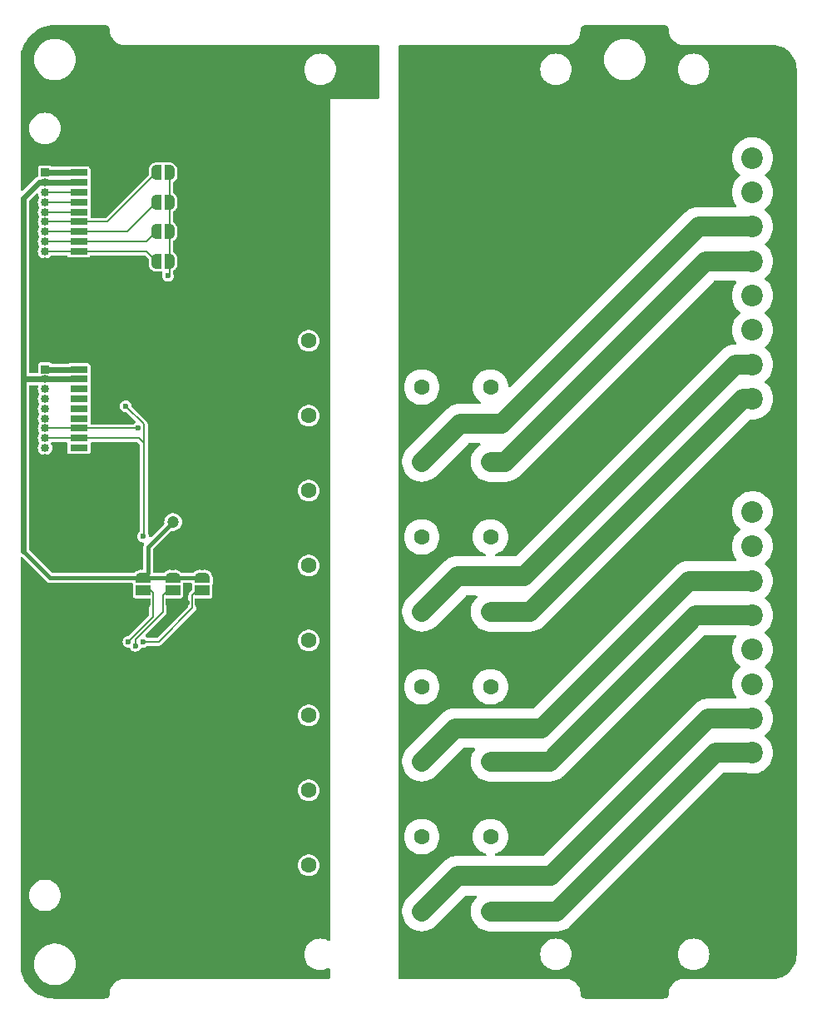
<source format=gbr>
%TF.GenerationSoftware,KiCad,Pcbnew,8.0.7-8.0.7-0~ubuntu24.04.1*%
%TF.CreationDate,2025-02-06T10:53:55+03:00*%
%TF.ProjectId,PM-RQ8,504d2d52-5138-42e6-9b69-6361645f7063,rev?*%
%TF.SameCoordinates,Original*%
%TF.FileFunction,Copper,L2,Bot*%
%TF.FilePolarity,Positive*%
%FSLAX46Y46*%
G04 Gerber Fmt 4.6, Leading zero omitted, Abs format (unit mm)*
G04 Created by KiCad (PCBNEW 8.0.7-8.0.7-0~ubuntu24.04.1) date 2025-02-06 10:53:55*
%MOMM*%
%LPD*%
G01*
G04 APERTURE LIST*
G04 Aperture macros list*
%AMFreePoly0*
4,1,19,0.550000,-0.750000,0.000000,-0.750000,0.000000,-0.744911,-0.071157,-0.744911,-0.207708,-0.704816,-0.327430,-0.627875,-0.420627,-0.520320,-0.479746,-0.390866,-0.500000,-0.250000,-0.500000,0.250000,-0.479746,0.390866,-0.420627,0.520320,-0.327430,0.627875,-0.207708,0.704816,-0.071157,0.744911,0.000000,0.744911,0.000000,0.750000,0.550000,0.750000,0.550000,-0.750000,0.550000,-0.750000,
$1*%
%AMFreePoly1*
4,1,19,0.000000,0.744911,0.071157,0.744911,0.207708,0.704816,0.327430,0.627875,0.420627,0.520320,0.479746,0.390866,0.500000,0.250000,0.500000,-0.250000,0.479746,-0.390866,0.420627,-0.520320,0.327430,-0.627875,0.207708,-0.704816,0.071157,-0.744911,0.000000,-0.744911,0.000000,-0.750000,-0.550000,-0.750000,-0.550000,0.750000,0.000000,0.750000,0.000000,0.744911,0.000000,0.744911,
$1*%
%AMFreePoly2*
4,1,19,0.500000,-0.750000,0.000000,-0.750000,0.000000,-0.744911,-0.071157,-0.744911,-0.207708,-0.704816,-0.327430,-0.627875,-0.420627,-0.520320,-0.479746,-0.390866,-0.500000,-0.250000,-0.500000,0.250000,-0.479746,0.390866,-0.420627,0.520320,-0.327430,0.627875,-0.207708,0.704816,-0.071157,0.744911,0.000000,0.744911,0.000000,0.750000,0.500000,0.750000,0.500000,-0.750000,0.500000,-0.750000,
$1*%
%AMFreePoly3*
4,1,19,0.000000,0.744911,0.071157,0.744911,0.207708,0.704816,0.327430,0.627875,0.420627,0.520320,0.479746,0.390866,0.500000,0.250000,0.500000,-0.250000,0.479746,-0.390866,0.420627,-0.520320,0.327430,-0.627875,0.207708,-0.704816,0.071157,-0.744911,0.000000,-0.744911,0.000000,-0.750000,-0.500000,-0.750000,-0.500000,0.750000,0.000000,0.750000,0.000000,0.744911,0.000000,0.744911,
$1*%
G04 Aperture macros list end*
%TA.AperFunction,ComponentPad*%
%ADD10R,0.850000X0.850000*%
%TD*%
%TA.AperFunction,ComponentPad*%
%ADD11O,0.850000X0.850000*%
%TD*%
%TA.AperFunction,SMDPad,CuDef*%
%ADD12R,1.803400X0.635000*%
%TD*%
%TA.AperFunction,SMDPad,CuDef*%
%ADD13R,2.997200X2.590800*%
%TD*%
%TA.AperFunction,SMDPad,CuDef*%
%ADD14FreePoly0,270.000000*%
%TD*%
%TA.AperFunction,SMDPad,CuDef*%
%ADD15R,1.500000X1.000000*%
%TD*%
%TA.AperFunction,SMDPad,CuDef*%
%ADD16FreePoly1,270.000000*%
%TD*%
%TA.AperFunction,ComponentPad*%
%ADD17C,1.608000*%
%TD*%
%TA.AperFunction,ComponentPad*%
%ADD18C,2.200000*%
%TD*%
%TA.AperFunction,ComponentPad*%
%ADD19O,6.350000X6.350000*%
%TD*%
%TA.AperFunction,SMDPad,CuDef*%
%ADD20FreePoly2,0.000000*%
%TD*%
%TA.AperFunction,SMDPad,CuDef*%
%ADD21FreePoly3,0.000000*%
%TD*%
%TA.AperFunction,ViaPad*%
%ADD22C,0.600000*%
%TD*%
%TA.AperFunction,ViaPad*%
%ADD23C,1.000000*%
%TD*%
%TA.AperFunction,ViaPad*%
%ADD24C,1.200000*%
%TD*%
%TA.AperFunction,Conductor*%
%ADD25C,0.400000*%
%TD*%
%TA.AperFunction,Conductor*%
%ADD26C,0.200000*%
%TD*%
%TA.AperFunction,Conductor*%
%ADD27C,0.600000*%
%TD*%
%TA.AperFunction,Conductor*%
%ADD28C,2.000000*%
%TD*%
G04 APERTURE END LIST*
D10*
%TO.P,J20,1,Pin_1*%
%TO.N,+5V*%
X-37000000Y14500000D03*
D11*
%TO.P,J20,2,Pin_2*%
%TO.N,+3.3V*%
X-37000000Y13500000D03*
%TO.P,J20,3,Pin_3*%
%TO.N,unconnected-(J20-Pin_3-Pad3)*%
X-37000000Y12500000D03*
%TO.P,J20,4,Pin_4*%
%TO.N,unconnected-(J20-Pin_4-Pad4)*%
X-37000000Y11500000D03*
%TO.P,J20,5,Pin_5*%
%TO.N,unconnected-(J20-Pin_5-Pad5)*%
X-37000000Y10500000D03*
%TO.P,J20,6,Pin_6*%
%TO.N,unconnected-(J20-Pin_6-Pad6)*%
X-37000000Y9500000D03*
%TO.P,J20,7,Pin_7*%
%TO.N,/MOSI*%
X-37000000Y8500000D03*
%TO.P,J20,8,Pin_8*%
%TO.N,/SCK*%
X-37000000Y7500000D03*
%TO.P,J20,9,Pin_9*%
%TO.N,unconnected-(J20-Pin_9-Pad9)*%
X-37000000Y6500000D03*
%TO.P,J20,10,Pin_10*%
%TO.N,GND*%
X-37000000Y5500000D03*
%TD*%
D12*
%TO.P,J19,1,Pin_1*%
%TO.N,+5V*%
X-33556000Y14499991D03*
%TO.P,J19,2,Pin_2*%
%TO.N,+3.3V*%
X-33556000Y13499993D03*
%TO.P,J19,3,Pin_3*%
%TO.N,unconnected-(J19-Pin_3-Pad3)*%
X-33556000Y12499995D03*
%TO.P,J19,4,Pin_4*%
%TO.N,unconnected-(J19-Pin_4-Pad4)*%
X-33556000Y11499997D03*
%TO.P,J19,5,Pin_5*%
%TO.N,unconnected-(J19-Pin_5-Pad5)*%
X-33556000Y10499999D03*
%TO.P,J19,6,Pin_6*%
%TO.N,unconnected-(J19-Pin_6-Pad6)*%
X-33556000Y9500001D03*
%TO.P,J19,7,Pin_7*%
%TO.N,/MOSI*%
X-33556000Y8500003D03*
%TO.P,J19,8,Pin_8*%
%TO.N,/SCK*%
X-33556000Y7500005D03*
%TO.P,J19,9,Pin_9*%
%TO.N,unconnected-(J19-Pin_9-Pad9)*%
X-33556000Y6500007D03*
%TO.P,J19,10,Pin_10*%
%TO.N,GND*%
X-33556000Y5500009D03*
D13*
%TO.P,J19,11,Pin_11*%
X-31385999Y16850002D03*
X-31385999Y3149998D03*
%TD*%
D14*
%TO.P,JP6,1,A*%
%TO.N,+3.3V*%
X-24000000Y-6700000D03*
D15*
%TO.P,JP6,2,C*%
%TO.N,/A1*%
X-24000000Y-8000000D03*
D16*
%TO.P,JP6,3,B*%
%TO.N,GND*%
X-24000000Y-9300000D03*
%TD*%
%TO.P,JP5,3,B*%
%TO.N,GND*%
X-27000000Y-9300000D03*
D15*
%TO.P,JP5,2,C*%
%TO.N,/A0*%
X-27000000Y-8000000D03*
D14*
%TO.P,JP5,1,A*%
%TO.N,+3.3V*%
X-27000000Y-6700000D03*
%TD*%
D17*
%TO.P,K4,1,1*%
%TO.N,GND*%
X-10160000Y-10160000D03*
%TO.P,K4,2,2*%
%TO.N,Net-(J7-Pin_2)*%
X1340000Y-10160000D03*
%TO.P,K4,3,3*%
%TO.N,Net-(J7-Pin_1)*%
X8340000Y-10160000D03*
%TO.P,K4,4,4*%
%TO.N,/K4*%
X-10160000Y-5460000D03*
%TD*%
%TO.P,K5,1,1*%
%TO.N,GND*%
X-10160000Y-17780000D03*
%TO.P,K5,2,2*%
%TO.N,Net-(J8-Pin_8)*%
X1340000Y-17780000D03*
%TO.P,K5,3,3*%
%TO.N,Net-(J8-Pin_7)*%
X8340000Y-17780000D03*
%TO.P,K5,4,4*%
%TO.N,/K5*%
X-10160000Y-13080000D03*
%TD*%
D10*
%TO.P,J1,1,Pin_1*%
%TO.N,+5V*%
X-37000000Y34500000D03*
D11*
%TO.P,J1,2,Pin_2*%
%TO.N,+3.3V*%
X-37000000Y33500000D03*
%TO.P,J1,3,Pin_3*%
%TO.N,/MOSI*%
X-37000000Y32500000D03*
%TO.P,J1,4,Pin_4*%
%TO.N,/MISO*%
X-37000000Y31500000D03*
%TO.P,J1,5,Pin_5*%
%TO.N,/SCK*%
X-37000000Y30500000D03*
%TO.P,J1,6,Pin_6*%
%TO.N,/CS0*%
X-37000000Y29500000D03*
%TO.P,J1,7,Pin_7*%
%TO.N,/CS1*%
X-37000000Y28500000D03*
%TO.P,J1,8,Pin_8*%
%TO.N,/CS2*%
X-37000000Y27500000D03*
%TO.P,J1,9,Pin_9*%
%TO.N,/CS3*%
X-37000000Y26500000D03*
%TO.P,J1,10,Pin_10*%
%TO.N,GND*%
X-37000000Y25500000D03*
%TD*%
D17*
%TO.P,K6,1,1*%
%TO.N,GND*%
X-10160000Y-25400000D03*
%TO.P,K6,2,2*%
%TO.N,Net-(J8-Pin_6)*%
X1340000Y-25400000D03*
%TO.P,K6,3,3*%
%TO.N,Net-(J8-Pin_5)*%
X8340000Y-25400000D03*
%TO.P,K6,4,4*%
%TO.N,/K6*%
X-10160000Y-20700000D03*
%TD*%
%TO.P,K8,1,1*%
%TO.N,GND*%
X-10160000Y-40640000D03*
%TO.P,K8,2,2*%
%TO.N,Net-(J8-Pin_2)*%
X1340000Y-40640000D03*
%TO.P,K8,3,3*%
%TO.N,Net-(J8-Pin_1)*%
X8340000Y-40640000D03*
%TO.P,K8,4,4*%
%TO.N,/K8*%
X-10160000Y-35940000D03*
%TD*%
%TO.P,K1,1,1*%
%TO.N,GND*%
X-10160000Y12700000D03*
%TO.P,K1,2,2*%
%TO.N,Net-(J7-Pin_8)*%
X1340000Y12700000D03*
%TO.P,K1,3,3*%
%TO.N,Net-(J7-Pin_7)*%
X8340000Y12700000D03*
%TO.P,K1,4,4*%
%TO.N,/K1*%
X-10160000Y17400000D03*
%TD*%
D18*
%TO.P,J8,1,Pin_1*%
%TO.N,Net-(J8-Pin_1)*%
X35000000Y-24500000D03*
%TO.P,J8,2,Pin_2*%
%TO.N,Net-(J8-Pin_2)*%
X35000000Y-21000000D03*
%TO.P,J8,3,Pin_3*%
%TO.N,Net-(J8-Pin_3)*%
X35000000Y-17500000D03*
%TO.P,J8,4,Pin_4*%
%TO.N,Net-(J8-Pin_4)*%
X35000000Y-14000000D03*
%TO.P,J8,5,Pin_5*%
%TO.N,Net-(J8-Pin_5)*%
X35000000Y-10500000D03*
%TO.P,J8,6,Pin_6*%
%TO.N,Net-(J8-Pin_6)*%
X35000000Y-7000000D03*
%TO.P,J8,7,Pin_7*%
%TO.N,Net-(J8-Pin_7)*%
X35000000Y-3500000D03*
%TO.P,J8,8,Pin_8*%
%TO.N,Net-(J8-Pin_8)*%
X35000000Y0D03*
%TO.P,J8,9,Pin_9*%
%TO.N,PE*%
X35000000Y3500000D03*
%TO.P,J8,10,Pin_10*%
X35000000Y7000000D03*
%TD*%
D17*
%TO.P,K7,1,1*%
%TO.N,GND*%
X-10160000Y-33020000D03*
%TO.P,K7,2,2*%
%TO.N,Net-(J8-Pin_4)*%
X1340000Y-33020000D03*
%TO.P,K7,3,3*%
%TO.N,Net-(J8-Pin_3)*%
X8340000Y-33020000D03*
%TO.P,K7,4,4*%
%TO.N,/K7*%
X-10160000Y-28320000D03*
%TD*%
D19*
%TO.P,PE1,1*%
%TO.N,PE*%
X22000000Y-46000000D03*
%TD*%
D17*
%TO.P,K3,1,1*%
%TO.N,GND*%
X-10160000Y-2540000D03*
%TO.P,K3,2,2*%
%TO.N,Net-(J7-Pin_4)*%
X1340000Y-2540000D03*
%TO.P,K3,3,3*%
%TO.N,Net-(J7-Pin_3)*%
X8340000Y-2540000D03*
%TO.P,K3,4,4*%
%TO.N,/K3*%
X-10160000Y2160000D03*
%TD*%
%TO.P,K2,1,1*%
%TO.N,GND*%
X-10160000Y5080000D03*
%TO.P,K2,2,2*%
%TO.N,Net-(J7-Pin_6)*%
X1340000Y5080000D03*
%TO.P,K2,3,3*%
%TO.N,Net-(J7-Pin_5)*%
X8340000Y5080000D03*
%TO.P,K2,4,4*%
%TO.N,/K2*%
X-10160000Y9780000D03*
%TD*%
D18*
%TO.P,J7,1,Pin_1*%
%TO.N,Net-(J7-Pin_1)*%
X35000000Y11500000D03*
%TO.P,J7,2,Pin_2*%
%TO.N,Net-(J7-Pin_2)*%
X35000000Y15000000D03*
%TO.P,J7,3,Pin_3*%
%TO.N,Net-(J7-Pin_3)*%
X35000000Y18500000D03*
%TO.P,J7,4,Pin_4*%
%TO.N,Net-(J7-Pin_4)*%
X35000000Y22000000D03*
%TO.P,J7,5,Pin_5*%
%TO.N,Net-(J7-Pin_5)*%
X35000000Y25500000D03*
%TO.P,J7,6,Pin_6*%
%TO.N,Net-(J7-Pin_6)*%
X35000000Y29000000D03*
%TO.P,J7,7,Pin_7*%
%TO.N,Net-(J7-Pin_7)*%
X35000000Y32500000D03*
%TO.P,J7,8,Pin_8*%
%TO.N,Net-(J7-Pin_8)*%
X35000000Y36000000D03*
%TO.P,J7,9,Pin_9*%
%TO.N,PE*%
X35000000Y39500000D03*
%TO.P,J7,10,Pin_10*%
X35000000Y43000000D03*
%TD*%
D20*
%TO.P,JP3,1,A*%
%TO.N,/CS2*%
X-25650000Y28500000D03*
D21*
%TO.P,JP3,2,B*%
%TO.N,/CS*%
X-24350000Y28500000D03*
%TD*%
D20*
%TO.P,JP4,1,A*%
%TO.N,/CS3*%
X-25650000Y25500000D03*
D21*
%TO.P,JP4,2,B*%
%TO.N,/CS*%
X-24350000Y25500000D03*
%TD*%
D20*
%TO.P,JP2,1,A*%
%TO.N,/CS1*%
X-25650000Y31500000D03*
D21*
%TO.P,JP2,2,B*%
%TO.N,/CS*%
X-24350000Y31500000D03*
%TD*%
D20*
%TO.P,JP1,1,A*%
%TO.N,/CS0*%
X-25650000Y34500000D03*
D21*
%TO.P,JP1,2,B*%
%TO.N,/CS*%
X-24350000Y34500000D03*
%TD*%
D12*
%TO.P,J2,1,Pin_1*%
%TO.N,+5V*%
X-33556000Y34499991D03*
%TO.P,J2,2,Pin_2*%
%TO.N,+3.3V*%
X-33556000Y33499993D03*
%TO.P,J2,3,Pin_3*%
%TO.N,/MOSI*%
X-33556000Y32499995D03*
%TO.P,J2,4,Pin_4*%
%TO.N,/MISO*%
X-33556000Y31499997D03*
%TO.P,J2,5,Pin_5*%
%TO.N,/SCK*%
X-33556000Y30499999D03*
%TO.P,J2,6,Pin_6*%
%TO.N,/CS0*%
X-33556000Y29500001D03*
%TO.P,J2,7,Pin_7*%
%TO.N,/CS1*%
X-33556000Y28500003D03*
%TO.P,J2,8,Pin_8*%
%TO.N,/CS2*%
X-33556000Y27500005D03*
%TO.P,J2,9,Pin_9*%
%TO.N,/CS3*%
X-33556000Y26500007D03*
%TO.P,J2,10,Pin_10*%
%TO.N,GND*%
X-33556000Y25500009D03*
D13*
%TO.P,J2,11,Pin_11*%
X-31385999Y36850002D03*
X-31385999Y23149998D03*
%TD*%
D16*
%TO.P,JP7,3,B*%
%TO.N,GND*%
X-21000000Y-9300000D03*
D15*
%TO.P,JP7,2,C*%
%TO.N,/A2*%
X-21000000Y-8000000D03*
D14*
%TO.P,JP7,1,A*%
%TO.N,+3.3V*%
X-21000000Y-6700000D03*
%TD*%
D22*
%TO.N,/CS*%
X-24500000Y24000000D03*
%TO.N,GND*%
X-22555000Y-9250000D03*
D23*
X-32000000Y40000000D03*
X-29000000Y40000000D03*
D24*
%TO.N,+3.3V*%
X-23964866Y-1029918D03*
D22*
%TO.N,/MOSI*%
X-27500000Y8500000D03*
%TO.N,/A2*%
X-27024999Y-13200000D03*
%TO.N,/A1*%
X-27800000Y-13600000D03*
%TO.N,/A0*%
X-28500000Y-13200000D03*
%TO.N,/SCK*%
X-28774998Y10750000D03*
X-27000000Y-2500000D03*
%TD*%
D25*
%TO.N,+3.3V*%
X-26500000Y-3565052D02*
X-26500000Y-6200000D01*
X-27000000Y-6700000D02*
X-24000000Y-6700000D01*
X-26500000Y-6200000D02*
X-27000000Y-6700000D01*
X-27000000Y-6700000D02*
X-36500000Y-6700000D01*
D26*
%TO.N,/A2*%
X-22005000Y-9782818D02*
X-22005000Y-8500000D01*
X-22005000Y-8500000D02*
X-21505000Y-8000000D01*
X-21505000Y-8000000D02*
X-21000000Y-8000000D01*
X-27024999Y-13200000D02*
X-25422182Y-13200000D01*
X-25422182Y-13200000D02*
X-22005000Y-9782818D01*
%TO.N,/A1*%
X-27800000Y-13600000D02*
X-27800000Y-12994974D01*
X-27800000Y-12994974D02*
X-25005000Y-10199974D01*
X-25005000Y-10199974D02*
X-25005000Y-8505000D01*
X-25005000Y-8505000D02*
X-24500000Y-8000000D01*
X-24500000Y-8000000D02*
X-24000000Y-8000000D01*
%TO.N,/A0*%
X-28500000Y-13200000D02*
X-25995000Y-10695000D01*
X-25995000Y-10695000D02*
X-25995000Y-8255000D01*
X-25995000Y-8255000D02*
X-26250000Y-8000000D01*
X-26250000Y-8000000D02*
X-27000000Y-8000000D01*
%TO.N,/SCK*%
X-28774998Y10750000D02*
X-26950000Y8925002D01*
X-26950000Y8925002D02*
X-26950000Y7000000D01*
%TO.N,/CS*%
X-24350000Y24150000D02*
X-24500000Y24000000D01*
X-24350000Y25500000D02*
X-24350000Y24150000D01*
D27*
%TO.N,+5V*%
X-37000000Y14500000D02*
X-33556000Y14500000D01*
%TO.N,+3.3V*%
X-37000000Y13500000D02*
X-33556007Y13500000D01*
X-33556007Y13500000D02*
X-33556000Y13499993D01*
D25*
X-23964866Y-1029918D02*
X-26500000Y-3565052D01*
D27*
X-39200000Y2000000D02*
X-39200000Y-4000000D01*
D25*
X-36500000Y-6700000D02*
X-39200000Y-4000000D01*
D26*
%TO.N,/MOSI*%
X-27500003Y8500003D02*
X-27500000Y8500000D01*
X-32556000Y8500003D02*
X-27500003Y8500003D01*
%TO.N,/CS0*%
X-37000000Y29500000D02*
X-33556001Y29500000D01*
X-33556001Y29500000D02*
X-33556000Y29500001D01*
%TO.N,/MISO*%
X-37000000Y31500000D02*
X-33556003Y31500000D01*
X-33556003Y31500000D02*
X-33556000Y31499997D01*
%TO.N,/CS1*%
X-37000000Y28500000D02*
X-36500000Y28500000D01*
X-36500000Y28500000D02*
X-36499997Y28500003D01*
X-36499997Y28500003D02*
X-33556000Y28500003D01*
%TO.N,/MOSI*%
X-32556000Y8500003D02*
X-36999997Y8500003D01*
X-36999997Y8500003D02*
X-37000000Y8500000D01*
%TO.N,/CS3*%
X-37000000Y26500000D02*
X-33556007Y26500000D01*
X-33556007Y26500000D02*
X-33556000Y26500007D01*
%TO.N,/CS2*%
X-37000000Y27500000D02*
X-36999995Y27500005D01*
X-36999995Y27500005D02*
X-33556000Y27500005D01*
%TO.N,/MOSI*%
X-37000000Y32500000D02*
X-33556005Y32500000D01*
X-33556005Y32500000D02*
X-33556000Y32499995D01*
%TO.N,/CS0*%
X-33556000Y29500001D02*
X-30649999Y29500001D01*
X-30649999Y29500001D02*
X-25650000Y34500000D01*
%TO.N,/CS1*%
X-33556000Y28500003D02*
X-28649997Y28500003D01*
X-28649997Y28500003D02*
X-25650000Y31500000D01*
%TO.N,/CS2*%
X-33556000Y27500005D02*
X-26649995Y27500005D01*
X-26649995Y27500005D02*
X-25650000Y28500000D01*
%TO.N,/CS3*%
X-33556000Y26500007D02*
X-26650007Y26500007D01*
X-26650007Y26500007D02*
X-25650000Y25500000D01*
X-33556000Y26500007D02*
X-33555993Y26500000D01*
%TO.N,/CS2*%
X-33556000Y27500005D02*
X-33555995Y27500000D01*
D27*
%TO.N,+3.3V*%
X-37000000Y33500000D02*
X-33556007Y33500000D01*
X-33556007Y33500000D02*
X-33556000Y33499993D01*
%TO.N,+5V*%
X-37000000Y34500000D02*
X-33556009Y34500000D01*
X-33556009Y34500000D02*
X-33556000Y34499991D01*
D25*
%TO.N,+3.3V*%
X-21500000Y-6700000D02*
X-24000000Y-6700000D01*
D27*
X-36999993Y13499993D02*
X-37000000Y13500000D01*
X-39200000Y13500000D02*
X-39200000Y12000000D01*
X-39200000Y31901040D02*
X-39200000Y13500000D01*
X-39200000Y13500000D02*
X-37000000Y13500000D01*
X-39200000Y12000000D02*
X-39200000Y2000000D01*
X-37601040Y33500000D02*
X-39200000Y31901040D01*
X-37000000Y33500000D02*
X-37601040Y33500000D01*
D26*
%TO.N,/MISO*%
X-36999997Y31499997D02*
X-37000000Y31500000D01*
%TO.N,/CS*%
X-24350000Y31500000D02*
X-24350000Y28500000D01*
X-24350000Y34500000D02*
X-24350000Y31500000D01*
X-24350000Y28500000D02*
X-24350000Y25500000D01*
%TO.N,/CS0*%
X-36999999Y29500001D02*
X-37000000Y29500000D01*
D28*
%TO.N,Net-(J7-Pin_2)*%
X5000000Y-6500000D02*
X11757360Y-6500000D01*
X11757360Y-6500000D02*
X33257360Y15000000D01*
X33257360Y15000000D02*
X35000000Y15000000D01*
X1340000Y-10160000D02*
X5000000Y-6500000D01*
%TO.N,Net-(J7-Pin_1)*%
X8340000Y-10160000D02*
X12340000Y-10160000D01*
X34000000Y11500000D02*
X35000000Y11500000D01*
X12340000Y-10160000D02*
X34000000Y11500000D01*
%TO.N,Net-(J7-Pin_5)*%
X9822640Y5080000D02*
X30242640Y25500000D01*
X30242640Y25500000D02*
X35000000Y25500000D01*
X8340000Y5080000D02*
X9822640Y5080000D01*
%TO.N,Net-(J7-Pin_6)*%
X1340000Y5080000D02*
X5260000Y9000000D01*
X5260000Y9000000D02*
X9500000Y9000000D01*
X9500000Y9000000D02*
X29500000Y29000000D01*
X29500000Y29000000D02*
X35000000Y29000000D01*
%TO.N,Net-(J8-Pin_1)*%
X31242640Y-24500000D02*
X35000000Y-24500000D01*
X8340000Y-40640000D02*
X15102640Y-40640000D01*
X15102640Y-40640000D02*
X31242640Y-24500000D01*
%TO.N,Net-(J8-Pin_5)*%
X8340000Y-25400000D02*
X14342640Y-25400000D01*
X14342640Y-25400000D02*
X29242640Y-10500000D01*
X29242640Y-10500000D02*
X35000000Y-10500000D01*
%TO.N,Net-(J8-Pin_6)*%
X13500000Y-22000000D02*
X28500000Y-7000000D01*
X1340000Y-25400000D02*
X4740000Y-22000000D01*
X4740000Y-22000000D02*
X13500000Y-22000000D01*
X28500000Y-7000000D02*
X35000000Y-7000000D01*
%TO.N,Net-(J8-Pin_2)*%
X14500000Y-37000000D02*
X30500000Y-21000000D01*
X30500000Y-21000000D02*
X35000000Y-21000000D01*
X1340000Y-40640000D02*
X4980000Y-37000000D01*
X4980000Y-37000000D02*
X14500000Y-37000000D01*
D26*
%TO.N,/SCK*%
X-26950000Y-2450000D02*
X-27000000Y-2500000D01*
X-36499995Y7500005D02*
X-32556000Y7500005D01*
X-37000000Y7500000D02*
X-36500000Y7500000D01*
X-27450005Y7500005D02*
X-26950000Y7000000D01*
X-26950000Y7000000D02*
X-26950000Y-2450000D01*
X-37000000Y30500000D02*
X-36500000Y30500000D01*
X-36500000Y7500000D02*
X-36499995Y7500005D01*
X-32556000Y7500005D02*
X-27450005Y7500005D01*
X-36499999Y30499999D02*
X-33556000Y30499999D01*
X-36500000Y30500000D02*
X-36499999Y30499999D01*
%TD*%
%TA.AperFunction,Conductor*%
%TO.N,GND*%
G36*
X-30893078Y49498720D02*
G01*
X-30802734Y49488541D01*
X-30775669Y49482364D01*
X-30696460Y49454648D01*
X-30671447Y49442602D01*
X-30600394Y49397957D01*
X-30578687Y49380645D01*
X-30519356Y49321314D01*
X-30502043Y49299605D01*
X-30457400Y49228556D01*
X-30445352Y49203538D01*
X-30417638Y49124334D01*
X-30411460Y49097265D01*
X-30401280Y49006924D01*
X-30400500Y48993039D01*
X-30400500Y48892683D01*
X-30369956Y48680236D01*
X-30369953Y48680226D01*
X-30309483Y48474285D01*
X-30220328Y48279062D01*
X-30220321Y48279049D01*
X-30185314Y48224577D01*
X-30105575Y48100500D01*
X-30104280Y48098486D01*
X-29963725Y47936276D01*
X-29839723Y47828828D01*
X-29801513Y47795719D01*
X-29689772Y47723908D01*
X-29620952Y47679680D01*
X-29620939Y47679673D01*
X-29425716Y47590518D01*
X-29425712Y47590517D01*
X-29425710Y47590516D01*
X-29219769Y47530046D01*
X-29219768Y47530046D01*
X-29219765Y47530045D01*
X-29156416Y47520938D01*
X-29007318Y47499500D01*
X-29007317Y47499500D01*
X-3124000Y47499500D01*
X-3056961Y47479815D01*
X-3011206Y47427011D01*
X-3000000Y47375500D01*
X-3000000Y42124000D01*
X-3019685Y42056961D01*
X-3072489Y42011206D01*
X-3124000Y42000000D01*
X-8000000Y42000000D01*
X-8000000Y-43514271D01*
X-8019685Y-43581310D01*
X-8072489Y-43627065D01*
X-8141647Y-43637009D01*
X-8188790Y-43619999D01*
X-8271146Y-43569531D01*
X-8503890Y-43473126D01*
X-8748849Y-43414317D01*
X-9000000Y-43394551D01*
X-9251152Y-43414317D01*
X-9496111Y-43473126D01*
X-9728860Y-43569533D01*
X-9943654Y-43701160D01*
X-9943657Y-43701161D01*
X-10135224Y-43864776D01*
X-10298839Y-44056343D01*
X-10298840Y-44056346D01*
X-10430467Y-44271140D01*
X-10526874Y-44503889D01*
X-10585683Y-44748848D01*
X-10605449Y-45000000D01*
X-10585683Y-45251151D01*
X-10526874Y-45496110D01*
X-10430467Y-45728859D01*
X-10298840Y-45943653D01*
X-10298839Y-45943656D01*
X-10298836Y-45943659D01*
X-10135224Y-46135224D01*
X-9986934Y-46261875D01*
X-9943657Y-46298838D01*
X-9943654Y-46298839D01*
X-9728860Y-46430466D01*
X-9496111Y-46526873D01*
X-9251148Y-46585683D01*
X-9000000Y-46605449D01*
X-8748852Y-46585683D01*
X-8503889Y-46526873D01*
X-8271141Y-46430466D01*
X-8188790Y-46380000D01*
X-8121345Y-46361756D01*
X-8054742Y-46382872D01*
X-8010128Y-46436644D01*
X-8000000Y-46485728D01*
X-8000000Y-47375500D01*
X-8019685Y-47442539D01*
X-8072489Y-47488294D01*
X-8124000Y-47499500D01*
X-29007318Y-47499500D01*
X-29219765Y-47530044D01*
X-29219775Y-47530047D01*
X-29425716Y-47590517D01*
X-29620939Y-47679672D01*
X-29620952Y-47679679D01*
X-29801515Y-47795720D01*
X-29963725Y-47936275D01*
X-30104280Y-48098485D01*
X-30220321Y-48279048D01*
X-30220328Y-48279061D01*
X-30309483Y-48474284D01*
X-30369953Y-48680225D01*
X-30369956Y-48680235D01*
X-30400500Y-48892682D01*
X-30400500Y-48993038D01*
X-30401280Y-49006923D01*
X-30411460Y-49097264D01*
X-30417638Y-49124333D01*
X-30445352Y-49203537D01*
X-30457400Y-49228555D01*
X-30502043Y-49299604D01*
X-30519356Y-49321313D01*
X-30578687Y-49380644D01*
X-30600396Y-49397957D01*
X-30671445Y-49442600D01*
X-30696463Y-49454648D01*
X-30775667Y-49482362D01*
X-30802736Y-49488540D01*
X-30882925Y-49497576D01*
X-30893079Y-49498720D01*
X-30906962Y-49499500D01*
X-35996949Y-49499500D01*
X-36003032Y-49499351D01*
X-36023100Y-49498365D01*
X-36336929Y-49482947D01*
X-36349038Y-49481754D01*
X-36676695Y-49433151D01*
X-36688631Y-49430777D01*
X-37009945Y-49350292D01*
X-37021589Y-49346759D01*
X-37333460Y-49235170D01*
X-37344699Y-49230515D01*
X-37644156Y-49088883D01*
X-37654879Y-49083150D01*
X-37938989Y-48912862D01*
X-37949107Y-48906102D01*
X-38215171Y-48708775D01*
X-38224577Y-48701055D01*
X-38325620Y-48609475D01*
X-38470014Y-48478604D01*
X-38478605Y-48470013D01*
X-38701056Y-48224576D01*
X-38708776Y-48215170D01*
X-38906103Y-47949106D01*
X-38912863Y-47938988D01*
X-39083156Y-47654871D01*
X-39088880Y-47644163D01*
X-39230521Y-47344688D01*
X-39235171Y-47333459D01*
X-39236874Y-47328700D01*
X-39346760Y-47021588D01*
X-39350293Y-47009944D01*
X-39430781Y-46688617D01*
X-39433152Y-46676694D01*
X-39449270Y-46568037D01*
X-39481755Y-46349037D01*
X-39482948Y-46336927D01*
X-39499351Y-46003032D01*
X-39499425Y-46000000D01*
X-38105408Y-46000000D01*
X-38085799Y-46286680D01*
X-38085799Y-46286684D01*
X-38085798Y-46286686D01*
X-38072841Y-46349037D01*
X-38027334Y-46568034D01*
X-38027333Y-46568037D01*
X-37931106Y-46838793D01*
X-37931107Y-46838793D01*
X-37798902Y-47093935D01*
X-37633188Y-47328700D01*
X-37589479Y-47375500D01*
X-37437053Y-47538708D01*
X-37214147Y-47720055D01*
X-37071479Y-47806814D01*
X-36968618Y-47869365D01*
X-36785033Y-47949106D01*
X-36705058Y-47983844D01*
X-36428358Y-48061371D01*
X-36178080Y-48095771D01*
X-36143679Y-48100500D01*
X-36143678Y-48100500D01*
X-35856321Y-48100500D01*
X-35825630Y-48096281D01*
X-35571642Y-48061371D01*
X-35294942Y-47983844D01*
X-35180438Y-47934108D01*
X-35031383Y-47869365D01*
X-35031380Y-47869363D01*
X-35031375Y-47869361D01*
X-34785853Y-47720055D01*
X-34562947Y-47538708D01*
X-34366811Y-47328698D01*
X-34201099Y-47093936D01*
X-34068896Y-46838797D01*
X-33972666Y-46568032D01*
X-33914202Y-46286686D01*
X-33894592Y-46000000D01*
X-33914202Y-45713314D01*
X-33972666Y-45431968D01*
X-34068895Y-45161206D01*
X-34068894Y-45161206D01*
X-34201099Y-44906064D01*
X-34366813Y-44671299D01*
X-34475022Y-44555437D01*
X-34562947Y-44461292D01*
X-34785853Y-44279945D01*
X-34785854Y-44279944D01*
X-35031383Y-44130634D01*
X-35294937Y-44016158D01*
X-35294939Y-44016157D01*
X-35294942Y-44016156D01*
X-35424422Y-43979877D01*
X-35571636Y-43938630D01*
X-35571641Y-43938629D01*
X-35571642Y-43938629D01*
X-35713982Y-43919064D01*
X-35856321Y-43899500D01*
X-35856322Y-43899500D01*
X-36143678Y-43899500D01*
X-36143679Y-43899500D01*
X-36428358Y-43938629D01*
X-36428365Y-43938630D01*
X-36630393Y-43995236D01*
X-36705058Y-44016156D01*
X-36705061Y-44016156D01*
X-36705064Y-44016158D01*
X-36705065Y-44016158D01*
X-36968618Y-44130634D01*
X-37214147Y-44279944D01*
X-37437050Y-44461289D01*
X-37633188Y-44671299D01*
X-37798902Y-44906064D01*
X-37931106Y-45161206D01*
X-38027333Y-45431962D01*
X-38027334Y-45431965D01*
X-38085799Y-45713319D01*
X-38105408Y-46000000D01*
X-39499425Y-46000000D01*
X-39499500Y-45996948D01*
X-39499500Y-39000000D01*
X-38605449Y-39000000D01*
X-38585683Y-39251151D01*
X-38526874Y-39496110D01*
X-38430467Y-39728859D01*
X-38298840Y-39943653D01*
X-38298839Y-39943656D01*
X-38298836Y-39943659D01*
X-38135224Y-40135224D01*
X-37986934Y-40261875D01*
X-37943657Y-40298838D01*
X-37943654Y-40298839D01*
X-37728860Y-40430466D01*
X-37496111Y-40526873D01*
X-37251148Y-40585683D01*
X-37000000Y-40605449D01*
X-36748852Y-40585683D01*
X-36503889Y-40526873D01*
X-36271141Y-40430466D01*
X-36056341Y-40298836D01*
X-35864776Y-40135224D01*
X-35701164Y-39943659D01*
X-35569534Y-39728859D01*
X-35473127Y-39496111D01*
X-35414317Y-39251148D01*
X-35394551Y-39000000D01*
X-35414317Y-38748852D01*
X-35473127Y-38503889D01*
X-35569534Y-38271141D01*
X-35569534Y-38271140D01*
X-35701161Y-38056346D01*
X-35701162Y-38056343D01*
X-35738125Y-38013066D01*
X-35864776Y-37864776D01*
X-35991429Y-37756604D01*
X-36056344Y-37701161D01*
X-36056347Y-37701160D01*
X-36271141Y-37569533D01*
X-36503890Y-37473126D01*
X-36748849Y-37414317D01*
X-37000000Y-37394551D01*
X-37251152Y-37414317D01*
X-37496111Y-37473126D01*
X-37728860Y-37569533D01*
X-37943654Y-37701160D01*
X-37943657Y-37701161D01*
X-38135224Y-37864776D01*
X-38298839Y-38056343D01*
X-38298840Y-38056346D01*
X-38430467Y-38271140D01*
X-38526874Y-38503889D01*
X-38585683Y-38748848D01*
X-38605449Y-39000000D01*
X-39499500Y-39000000D01*
X-39499500Y-35939999D01*
X-11269232Y-35939999D01*
X-11269232Y-35940000D01*
X-11250346Y-36143816D01*
X-11194327Y-36340704D01*
X-11103088Y-36523935D01*
X-10979731Y-36687287D01*
X-10828463Y-36825185D01*
X-10828461Y-36825187D01*
X-10654431Y-36932942D01*
X-10654425Y-36932945D01*
X-10613990Y-36948609D01*
X-10463556Y-37006888D01*
X-10262347Y-37044500D01*
X-10262344Y-37044500D01*
X-10057656Y-37044500D01*
X-10057653Y-37044500D01*
X-9856444Y-37006888D01*
X-9665573Y-36932944D01*
X-9491538Y-36825186D01*
X-9340268Y-36687285D01*
X-9216912Y-36523935D01*
X-9125672Y-36340701D01*
X-9069655Y-36143821D01*
X-9050768Y-35940000D01*
X-9069655Y-35736179D01*
X-9125672Y-35539299D01*
X-9216912Y-35356065D01*
X-9340268Y-35192715D01*
X-9340270Y-35192712D01*
X-9491538Y-35054814D01*
X-9491540Y-35054812D01*
X-9665570Y-34947057D01*
X-9665576Y-34947054D01*
X-9816007Y-34888777D01*
X-9856444Y-34873112D01*
X-10057653Y-34835500D01*
X-10262347Y-34835500D01*
X-10463556Y-34873112D01*
X-10463559Y-34873112D01*
X-10463559Y-34873113D01*
X-10654425Y-34947054D01*
X-10654431Y-34947057D01*
X-10828461Y-35054812D01*
X-10828463Y-35054814D01*
X-10979731Y-35192712D01*
X-11103088Y-35356064D01*
X-11194327Y-35539295D01*
X-11250346Y-35736183D01*
X-11269232Y-35939999D01*
X-39499500Y-35939999D01*
X-39499500Y-28319999D01*
X-11269232Y-28319999D01*
X-11269232Y-28320000D01*
X-11250346Y-28523816D01*
X-11194327Y-28720704D01*
X-11103088Y-28903935D01*
X-10979731Y-29067287D01*
X-10828463Y-29205185D01*
X-10828461Y-29205187D01*
X-10654431Y-29312942D01*
X-10654425Y-29312945D01*
X-10613990Y-29328609D01*
X-10463556Y-29386888D01*
X-10262347Y-29424500D01*
X-10262344Y-29424500D01*
X-10057656Y-29424500D01*
X-10057653Y-29424500D01*
X-9856444Y-29386888D01*
X-9665573Y-29312944D01*
X-9491538Y-29205186D01*
X-9340268Y-29067285D01*
X-9216912Y-28903935D01*
X-9125672Y-28720701D01*
X-9069655Y-28523821D01*
X-9050768Y-28320000D01*
X-9069655Y-28116179D01*
X-9125672Y-27919299D01*
X-9216912Y-27736065D01*
X-9340268Y-27572715D01*
X-9340270Y-27572712D01*
X-9491538Y-27434814D01*
X-9491540Y-27434812D01*
X-9665570Y-27327057D01*
X-9665576Y-27327054D01*
X-9816007Y-27268777D01*
X-9856444Y-27253112D01*
X-10057653Y-27215500D01*
X-10262347Y-27215500D01*
X-10463556Y-27253112D01*
X-10463559Y-27253112D01*
X-10463559Y-27253113D01*
X-10654425Y-27327054D01*
X-10654431Y-27327057D01*
X-10828461Y-27434812D01*
X-10828463Y-27434814D01*
X-10979731Y-27572712D01*
X-11103088Y-27736064D01*
X-11194327Y-27919295D01*
X-11250346Y-28116183D01*
X-11269232Y-28319999D01*
X-39499500Y-28319999D01*
X-39499500Y-20699999D01*
X-11269232Y-20699999D01*
X-11269232Y-20700000D01*
X-11250346Y-20903816D01*
X-11194327Y-21100704D01*
X-11103088Y-21283935D01*
X-10979731Y-21447287D01*
X-10828463Y-21585185D01*
X-10828461Y-21585187D01*
X-10654431Y-21692942D01*
X-10654425Y-21692945D01*
X-10613990Y-21708609D01*
X-10463556Y-21766888D01*
X-10262347Y-21804500D01*
X-10262344Y-21804500D01*
X-10057656Y-21804500D01*
X-10057653Y-21804500D01*
X-9856444Y-21766888D01*
X-9665573Y-21692944D01*
X-9491538Y-21585186D01*
X-9340268Y-21447285D01*
X-9216912Y-21283935D01*
X-9125672Y-21100701D01*
X-9069655Y-20903821D01*
X-9050768Y-20700000D01*
X-9069655Y-20496179D01*
X-9125672Y-20299299D01*
X-9216912Y-20116065D01*
X-9340268Y-19952715D01*
X-9340270Y-19952712D01*
X-9491538Y-19814814D01*
X-9491540Y-19814812D01*
X-9665570Y-19707057D01*
X-9665576Y-19707054D01*
X-9816007Y-19648777D01*
X-9856444Y-19633112D01*
X-10057653Y-19595500D01*
X-10262347Y-19595500D01*
X-10463556Y-19633112D01*
X-10463559Y-19633112D01*
X-10463559Y-19633113D01*
X-10654425Y-19707054D01*
X-10654431Y-19707057D01*
X-10828461Y-19814812D01*
X-10828463Y-19814814D01*
X-10979731Y-19952712D01*
X-11103088Y-20116064D01*
X-11194327Y-20299295D01*
X-11250346Y-20496183D01*
X-11269232Y-20699999D01*
X-39499500Y-20699999D01*
X-39499500Y-4707676D01*
X-39479815Y-4640637D01*
X-39427011Y-4594882D01*
X-39357853Y-4584938D01*
X-39294297Y-4613963D01*
X-39287819Y-4619995D01*
X-36807314Y-7100500D01*
X-36693186Y-7166392D01*
X-36565892Y-7200500D01*
X-36434107Y-7200500D01*
X-28169941Y-7200500D01*
X-28102902Y-7220185D01*
X-28057147Y-7272989D01*
X-28050678Y-7290556D01*
X-28037589Y-7336558D01*
X-28038177Y-7406425D01*
X-28043418Y-7420570D01*
X-28047585Y-7430006D01*
X-28047585Y-7430009D01*
X-28050500Y-7455131D01*
X-28050500Y-8544856D01*
X-28050498Y-8544882D01*
X-28047587Y-8569987D01*
X-28047585Y-8569991D01*
X-28002207Y-8672764D01*
X-28002206Y-8672765D01*
X-27922765Y-8752206D01*
X-27819991Y-8797585D01*
X-27794865Y-8800500D01*
X-26519500Y-8800499D01*
X-26452461Y-8820184D01*
X-26406706Y-8872987D01*
X-26395500Y-8924499D01*
X-26395500Y-10477744D01*
X-26415185Y-10544783D01*
X-26431819Y-10565425D01*
X-28424992Y-12558597D01*
X-28486315Y-12592082D01*
X-28496487Y-12593855D01*
X-28656762Y-12614956D01*
X-28656763Y-12614956D01*
X-28802840Y-12675463D01*
X-28928282Y-12771718D01*
X-29024537Y-12897160D01*
X-29085044Y-13043237D01*
X-29085045Y-13043239D01*
X-29105682Y-13199998D01*
X-29105682Y-13200001D01*
X-29085045Y-13356760D01*
X-29085044Y-13356762D01*
X-29033706Y-13480704D01*
X-29024536Y-13502841D01*
X-28928282Y-13628282D01*
X-28802841Y-13724536D01*
X-28656762Y-13785044D01*
X-28605019Y-13791856D01*
X-28500001Y-13805682D01*
X-28500000Y-13805682D01*
X-28499999Y-13805682D01*
X-28466109Y-13801220D01*
X-28397074Y-13811985D01*
X-28344818Y-13858365D01*
X-28335362Y-13876706D01*
X-28324538Y-13902838D01*
X-28324536Y-13902841D01*
X-28276697Y-13965187D01*
X-28228282Y-14028282D01*
X-28102841Y-14124536D01*
X-27956762Y-14185044D01*
X-27878381Y-14195363D01*
X-27800001Y-14205682D01*
X-27800000Y-14205682D01*
X-27799999Y-14205682D01*
X-27747746Y-14198802D01*
X-27643238Y-14185044D01*
X-27497159Y-14124536D01*
X-27371718Y-14028282D01*
X-27275464Y-13902841D01*
X-27260761Y-13867342D01*
X-27216922Y-13812940D01*
X-27150629Y-13790874D01*
X-27130021Y-13791855D01*
X-27024999Y-13805682D01*
X-27024998Y-13805682D01*
X-26972745Y-13798802D01*
X-26868237Y-13785044D01*
X-26722158Y-13724536D01*
X-26596717Y-13628282D01*
X-26596716Y-13628279D01*
X-26593906Y-13626124D01*
X-26528736Y-13600930D01*
X-26518419Y-13600500D01*
X-25369457Y-13600500D01*
X-25369455Y-13600500D01*
X-25267594Y-13573207D01*
X-25176269Y-13520480D01*
X-24735788Y-13079999D01*
X-11269232Y-13079999D01*
X-11269232Y-13080000D01*
X-11250346Y-13283816D01*
X-11250346Y-13283818D01*
X-11250345Y-13283821D01*
X-11194328Y-13480701D01*
X-11194327Y-13480704D01*
X-11103088Y-13663935D01*
X-10979731Y-13827287D01*
X-10828463Y-13965185D01*
X-10828461Y-13965187D01*
X-10654431Y-14072942D01*
X-10654425Y-14072945D01*
X-10613990Y-14088609D01*
X-10463556Y-14146888D01*
X-10262347Y-14184500D01*
X-10262344Y-14184500D01*
X-10057656Y-14184500D01*
X-10057653Y-14184500D01*
X-9856444Y-14146888D01*
X-9665573Y-14072944D01*
X-9491538Y-13965186D01*
X-9340268Y-13827285D01*
X-9216912Y-13663935D01*
X-9125672Y-13480701D01*
X-9069655Y-13283821D01*
X-9050768Y-13080000D01*
X-9069655Y-12876179D01*
X-9125672Y-12679299D01*
X-9216912Y-12496065D01*
X-9340268Y-12332715D01*
X-9340270Y-12332712D01*
X-9491538Y-12194814D01*
X-9491540Y-12194812D01*
X-9665570Y-12087057D01*
X-9665576Y-12087054D01*
X-9816007Y-12028777D01*
X-9856444Y-12013112D01*
X-10057653Y-11975500D01*
X-10262347Y-11975500D01*
X-10463556Y-12013112D01*
X-10463559Y-12013112D01*
X-10463559Y-12013113D01*
X-10654425Y-12087054D01*
X-10654431Y-12087057D01*
X-10828461Y-12194812D01*
X-10828463Y-12194814D01*
X-10979731Y-12332712D01*
X-11103088Y-12496064D01*
X-11194327Y-12679295D01*
X-11250346Y-12876183D01*
X-11269232Y-13079999D01*
X-24735788Y-13079999D01*
X-21684520Y-10028731D01*
X-21631793Y-9937406D01*
X-21604500Y-9835545D01*
X-21604500Y-9730091D01*
X-21604500Y-8924499D01*
X-21584815Y-8857460D01*
X-21532011Y-8811705D01*
X-21480500Y-8800499D01*
X-20205144Y-8800499D01*
X-20205136Y-8800499D01*
X-20205121Y-8800497D01*
X-20205118Y-8800497D01*
X-20180013Y-8797586D01*
X-20180012Y-8797585D01*
X-20180009Y-8797585D01*
X-20077235Y-8752206D01*
X-19997794Y-8672765D01*
X-19952415Y-8569991D01*
X-19949500Y-8544865D01*
X-19949501Y-7455136D01*
X-19949503Y-7455117D01*
X-19952414Y-7430013D01*
X-19952415Y-7430011D01*
X-19952415Y-7430009D01*
X-19954986Y-7424187D01*
X-19964058Y-7354914D01*
X-19963448Y-7351357D01*
X-19944500Y-7250000D01*
X-19944500Y-6628111D01*
X-19956875Y-6542042D01*
X-19997382Y-6404087D01*
X-20033504Y-6324991D01*
X-20033507Y-6324985D01*
X-20111236Y-6204037D01*
X-20111242Y-6204030D01*
X-20168177Y-6138323D01*
X-20168179Y-6138320D01*
X-20276831Y-6044173D01*
X-20276840Y-6044167D01*
X-20276842Y-6044165D01*
X-20287782Y-6037134D01*
X-20349985Y-5997158D01*
X-20350002Y-5997149D01*
X-20480769Y-5937430D01*
X-20480774Y-5937428D01*
X-20480775Y-5937428D01*
X-20518143Y-5926455D01*
X-20564206Y-5912930D01*
X-20564212Y-5912928D01*
X-20701167Y-5893238D01*
X-20706522Y-5892468D01*
X-20706524Y-5892467D01*
X-20706525Y-5892467D01*
X-20793477Y-5892467D01*
X-20798838Y-5893238D01*
X-20816484Y-5894500D01*
X-21183516Y-5894500D01*
X-21201162Y-5893238D01*
X-21206524Y-5892467D01*
X-21206525Y-5892467D01*
X-21293476Y-5892467D01*
X-21293478Y-5892468D01*
X-21435789Y-5912928D01*
X-21435795Y-5912930D01*
X-21519232Y-5937430D01*
X-21649999Y-5997149D01*
X-21650016Y-5997158D01*
X-21723154Y-6044162D01*
X-21723170Y-6044173D01*
X-21831816Y-6138315D01*
X-21837115Y-6144429D01*
X-21847751Y-6156704D01*
X-21906526Y-6194477D01*
X-21941461Y-6199500D01*
X-23058539Y-6199500D01*
X-23125578Y-6179815D01*
X-23152249Y-6156706D01*
X-23168181Y-6138319D01*
X-23168184Y-6138317D01*
X-23168185Y-6138315D01*
X-23276831Y-6044173D01*
X-23276840Y-6044167D01*
X-23276842Y-6044165D01*
X-23287782Y-6037134D01*
X-23349985Y-5997158D01*
X-23350002Y-5997149D01*
X-23480769Y-5937430D01*
X-23480774Y-5937428D01*
X-23480775Y-5937428D01*
X-23518143Y-5926455D01*
X-23564206Y-5912930D01*
X-23564212Y-5912928D01*
X-23701167Y-5893238D01*
X-23706522Y-5892468D01*
X-23706524Y-5892467D01*
X-23706525Y-5892467D01*
X-23793477Y-5892467D01*
X-23798838Y-5893238D01*
X-23816484Y-5894500D01*
X-24183516Y-5894500D01*
X-24201162Y-5893238D01*
X-24206524Y-5892467D01*
X-24206525Y-5892467D01*
X-24293476Y-5892467D01*
X-24293478Y-5892468D01*
X-24435789Y-5912928D01*
X-24435795Y-5912930D01*
X-24519232Y-5937430D01*
X-24649999Y-5997149D01*
X-24650016Y-5997158D01*
X-24723154Y-6044162D01*
X-24723170Y-6044173D01*
X-24831816Y-6138315D01*
X-24837115Y-6144429D01*
X-24847751Y-6156704D01*
X-24906526Y-6194477D01*
X-24941461Y-6199500D01*
X-25875500Y-6199500D01*
X-25942539Y-6179815D01*
X-25988294Y-6127011D01*
X-25999500Y-6075500D01*
X-25999500Y-5459999D01*
X-11269232Y-5459999D01*
X-11269232Y-5460000D01*
X-11250346Y-5663816D01*
X-11194327Y-5860704D01*
X-11103088Y-6043935D01*
X-10979731Y-6207287D01*
X-10828463Y-6345185D01*
X-10828461Y-6345187D01*
X-10654431Y-6452942D01*
X-10654425Y-6452945D01*
X-10613990Y-6468609D01*
X-10463556Y-6526888D01*
X-10262347Y-6564500D01*
X-10262344Y-6564500D01*
X-10057656Y-6564500D01*
X-10057653Y-6564500D01*
X-9856444Y-6526888D01*
X-9665573Y-6452944D01*
X-9491538Y-6345186D01*
X-9340268Y-6207285D01*
X-9216912Y-6043935D01*
X-9125672Y-5860701D01*
X-9069655Y-5663821D01*
X-9050768Y-5460000D01*
X-9069655Y-5256179D01*
X-9125672Y-5059299D01*
X-9216912Y-4876065D01*
X-9340268Y-4712715D01*
X-9340270Y-4712712D01*
X-9491538Y-4574814D01*
X-9491540Y-4574812D01*
X-9665570Y-4467057D01*
X-9665576Y-4467054D01*
X-9816007Y-4408777D01*
X-9856444Y-4393112D01*
X-10057653Y-4355500D01*
X-10262347Y-4355500D01*
X-10463556Y-4393112D01*
X-10463559Y-4393112D01*
X-10463559Y-4393113D01*
X-10654425Y-4467054D01*
X-10654431Y-4467057D01*
X-10828461Y-4574812D01*
X-10828463Y-4574814D01*
X-10979731Y-4712712D01*
X-11103088Y-4876064D01*
X-11194327Y-5059295D01*
X-11250346Y-5256183D01*
X-11269232Y-5459999D01*
X-25999500Y-5459999D01*
X-25999500Y-3823727D01*
X-25979815Y-3756688D01*
X-25963186Y-3736051D01*
X-24187972Y-1960836D01*
X-24126651Y-1927353D01*
X-24074516Y-1927229D01*
X-24059512Y-1930418D01*
X-24059508Y-1930418D01*
X-23870222Y-1930418D01*
X-23870220Y-1930418D01*
X-23685063Y-1891062D01*
X-23512136Y-1814069D01*
X-23358995Y-1702806D01*
X-23232333Y-1562134D01*
X-23137687Y-1398202D01*
X-23079192Y-1218174D01*
X-23059406Y-1029918D01*
X-23079192Y-841662D01*
X-23137687Y-661634D01*
X-23232333Y-497702D01*
X-23358995Y-357030D01*
X-23358996Y-357029D01*
X-23512132Y-245769D01*
X-23512137Y-245766D01*
X-23685059Y-168775D01*
X-23685064Y-168773D01*
X-23830865Y-137783D01*
X-23870220Y-129418D01*
X-24059512Y-129418D01*
X-24091969Y-136316D01*
X-24244669Y-168773D01*
X-24244674Y-168775D01*
X-24417596Y-245766D01*
X-24417601Y-245769D01*
X-24570737Y-357029D01*
X-24697400Y-497703D01*
X-24792045Y-661633D01*
X-24792048Y-661640D01*
X-24850539Y-841658D01*
X-24850540Y-841662D01*
X-24870326Y-1029918D01*
X-24857711Y-1149945D01*
X-24870281Y-1218675D01*
X-24893351Y-1250587D01*
X-26187254Y-2544490D01*
X-26248577Y-2577975D01*
X-26318269Y-2572991D01*
X-26374202Y-2531119D01*
X-26397874Y-2472996D01*
X-26414956Y-2343238D01*
X-26475464Y-2197159D01*
X-26475465Y-2197158D01*
X-26475465Y-2197157D01*
X-26523876Y-2134066D01*
X-26549070Y-2068896D01*
X-26549500Y-2058580D01*
X-26549500Y2160001D01*
X-11269232Y2160001D01*
X-11269232Y2160000D01*
X-11250346Y1956184D01*
X-11194327Y1759296D01*
X-11103088Y1576065D01*
X-10979731Y1412713D01*
X-10828463Y1274815D01*
X-10828461Y1274813D01*
X-10654431Y1167058D01*
X-10654425Y1167055D01*
X-10613990Y1151391D01*
X-10463556Y1093112D01*
X-10262347Y1055500D01*
X-10262344Y1055500D01*
X-10057656Y1055500D01*
X-10057653Y1055500D01*
X-9856444Y1093112D01*
X-9665573Y1167056D01*
X-9491538Y1274814D01*
X-9340268Y1412715D01*
X-9216912Y1576065D01*
X-9125672Y1759299D01*
X-9069655Y1956179D01*
X-9050768Y2160000D01*
X-9069655Y2363821D01*
X-9125672Y2560701D01*
X-9216912Y2743935D01*
X-9340268Y2907285D01*
X-9340270Y2907288D01*
X-9491538Y3045186D01*
X-9491540Y3045188D01*
X-9665570Y3152943D01*
X-9665576Y3152946D01*
X-9816007Y3211223D01*
X-9856444Y3226888D01*
X-10057653Y3264500D01*
X-10262347Y3264500D01*
X-10463556Y3226888D01*
X-10463559Y3226888D01*
X-10463559Y3226887D01*
X-10654425Y3152946D01*
X-10654431Y3152943D01*
X-10828461Y3045188D01*
X-10828463Y3045186D01*
X-10979731Y2907288D01*
X-11103088Y2743936D01*
X-11194327Y2560705D01*
X-11250346Y2363817D01*
X-11269232Y2160001D01*
X-26549500Y2160001D01*
X-26549500Y8977727D01*
X-26549501Y8977731D01*
X-26556891Y9005310D01*
X-26562042Y9024536D01*
X-26576793Y9079590D01*
X-26629520Y9170915D01*
X-27238606Y9780001D01*
X-11269232Y9780001D01*
X-11269232Y9780000D01*
X-11250346Y9576184D01*
X-11194327Y9379296D01*
X-11103088Y9196065D01*
X-10979731Y9032713D01*
X-10894707Y8955204D01*
X-10834703Y8900503D01*
X-10828463Y8894815D01*
X-10828461Y8894813D01*
X-10654431Y8787058D01*
X-10654425Y8787055D01*
X-10613990Y8771391D01*
X-10463556Y8713112D01*
X-10262347Y8675500D01*
X-10262344Y8675500D01*
X-10057656Y8675500D01*
X-10057653Y8675500D01*
X-9856444Y8713112D01*
X-9665573Y8787056D01*
X-9491538Y8894814D01*
X-9349240Y9024536D01*
X-9340270Y9032713D01*
X-9340268Y9032715D01*
X-9216912Y9196065D01*
X-9125672Y9379299D01*
X-9069655Y9576179D01*
X-9050768Y9780000D01*
X-9069655Y9983821D01*
X-9125672Y10180701D01*
X-9216912Y10363935D01*
X-9340268Y10527285D01*
X-9340270Y10527288D01*
X-9491538Y10665186D01*
X-9491540Y10665188D01*
X-9665570Y10772943D01*
X-9665576Y10772946D01*
X-9816007Y10831223D01*
X-9856444Y10846888D01*
X-10057653Y10884500D01*
X-10262347Y10884500D01*
X-10463556Y10846888D01*
X-10463559Y10846888D01*
X-10463559Y10846887D01*
X-10654425Y10772946D01*
X-10654431Y10772943D01*
X-10828461Y10665188D01*
X-10828463Y10665186D01*
X-10979731Y10527288D01*
X-11103088Y10363936D01*
X-11194327Y10180705D01*
X-11206586Y10137617D01*
X-11246101Y9998735D01*
X-11250346Y9983817D01*
X-11269232Y9780001D01*
X-27238606Y9780001D01*
X-28133596Y10674991D01*
X-28167081Y10736314D01*
X-28168854Y10746487D01*
X-28169317Y10750002D01*
X-28189954Y10906762D01*
X-28250462Y11052841D01*
X-28346716Y11178282D01*
X-28472157Y11274536D01*
X-28618236Y11335044D01*
X-28618238Y11335045D01*
X-28774997Y11355682D01*
X-28774999Y11355682D01*
X-28931759Y11335045D01*
X-28931761Y11335044D01*
X-29077838Y11274537D01*
X-29203280Y11178282D01*
X-29299535Y11052840D01*
X-29360042Y10906763D01*
X-29360043Y10906761D01*
X-29380680Y10750002D01*
X-29380680Y10749999D01*
X-29360043Y10593240D01*
X-29360042Y10593238D01*
X-29321422Y10500000D01*
X-29299534Y10447159D01*
X-29203280Y10321718D01*
X-29077839Y10225464D01*
X-28931760Y10164956D01*
X-28774998Y10144318D01*
X-28774997Y10144319D01*
X-28771485Y10143856D01*
X-28707588Y10115590D01*
X-28699989Y10108598D01*
X-27797061Y9205670D01*
X-27763576Y9144347D01*
X-27768560Y9074655D01*
X-27809255Y9019615D01*
X-27928282Y8928282D01*
X-27931090Y8926127D01*
X-27996259Y8900933D01*
X-28006576Y8900503D01*
X-32260024Y8900503D01*
X-32327063Y8920188D01*
X-32372818Y8972992D01*
X-32382762Y9042150D01*
X-32373458Y9074589D01*
X-32356717Y9112506D01*
X-32356715Y9112510D01*
X-32353800Y9137636D01*
X-32353801Y9862365D01*
X-32353803Y9862384D01*
X-32356714Y9887489D01*
X-32356715Y9887490D01*
X-32356715Y9887492D01*
X-32384278Y9949915D01*
X-32393349Y10019192D01*
X-32384279Y10050084D01*
X-32356715Y10112508D01*
X-32353800Y10137634D01*
X-32353801Y10862363D01*
X-32356368Y10884500D01*
X-32356714Y10887487D01*
X-32356715Y10887488D01*
X-32356715Y10887490D01*
X-32384278Y10949913D01*
X-32393349Y11019190D01*
X-32384279Y11050082D01*
X-32356715Y11112506D01*
X-32353800Y11137632D01*
X-32353801Y11862361D01*
X-32353803Y11862380D01*
X-32356714Y11887485D01*
X-32356715Y11887486D01*
X-32356715Y11887488D01*
X-32384278Y11949911D01*
X-32393349Y12019188D01*
X-32384279Y12050080D01*
X-32356715Y12112504D01*
X-32353800Y12137630D01*
X-32353801Y12862359D01*
X-32353803Y12862378D01*
X-32356714Y12887483D01*
X-32356715Y12887484D01*
X-32356715Y12887486D01*
X-32384278Y12949909D01*
X-32393349Y13019186D01*
X-32384279Y13050078D01*
X-32356715Y13112502D01*
X-32353800Y13137628D01*
X-32353801Y13862357D01*
X-32353803Y13862376D01*
X-32356714Y13887481D01*
X-32356715Y13887482D01*
X-32356715Y13887484D01*
X-32384278Y13949907D01*
X-32393349Y14019184D01*
X-32384279Y14050076D01*
X-32356715Y14112500D01*
X-32353800Y14137626D01*
X-32353801Y14862355D01*
X-32353803Y14862374D01*
X-32356714Y14887479D01*
X-32356715Y14887481D01*
X-32356715Y14887482D01*
X-32402094Y14990256D01*
X-32481535Y15069697D01*
X-32551297Y15100500D01*
X-32584308Y15115076D01*
X-32609435Y15117991D01*
X-34502557Y15117991D01*
X-34502583Y15117989D01*
X-34527686Y15115078D01*
X-34527690Y15115077D01*
X-34536777Y15111064D01*
X-34586860Y15100500D01*
X-36274167Y15100500D01*
X-36341206Y15120185D01*
X-36361848Y15136819D01*
X-36402235Y15177206D01*
X-36505008Y15222585D01*
X-36530135Y15225500D01*
X-37469857Y15225500D01*
X-37469883Y15225498D01*
X-37494988Y15222587D01*
X-37494992Y15222585D01*
X-37597765Y15177207D01*
X-37677206Y15097766D01*
X-37722585Y14994994D01*
X-37722585Y14994992D01*
X-37725500Y14969869D01*
X-37725500Y14969863D01*
X-37725499Y14224500D01*
X-37745183Y14157461D01*
X-37797987Y14111706D01*
X-37849499Y14100500D01*
X-38475500Y14100500D01*
X-38542539Y14120185D01*
X-38588294Y14172989D01*
X-38599500Y14224500D01*
X-38599500Y17400001D01*
X-11269232Y17400001D01*
X-11269232Y17400000D01*
X-11250346Y17196184D01*
X-11194327Y16999296D01*
X-11103088Y16816065D01*
X-10979731Y16652713D01*
X-10828463Y16514815D01*
X-10828461Y16514813D01*
X-10654431Y16407058D01*
X-10654425Y16407055D01*
X-10613990Y16391391D01*
X-10463556Y16333112D01*
X-10262347Y16295500D01*
X-10262344Y16295500D01*
X-10057656Y16295500D01*
X-10057653Y16295500D01*
X-9856444Y16333112D01*
X-9665573Y16407056D01*
X-9491538Y16514814D01*
X-9340268Y16652715D01*
X-9216912Y16816065D01*
X-9125672Y16999299D01*
X-9069655Y17196179D01*
X-9050768Y17400000D01*
X-9069655Y17603821D01*
X-9125672Y17800701D01*
X-9216912Y17983935D01*
X-9340268Y18147285D01*
X-9340270Y18147288D01*
X-9491538Y18285186D01*
X-9491540Y18285188D01*
X-9665570Y18392943D01*
X-9665576Y18392946D01*
X-9816007Y18451223D01*
X-9856444Y18466888D01*
X-10057653Y18504500D01*
X-10262347Y18504500D01*
X-10463556Y18466888D01*
X-10463559Y18466888D01*
X-10463559Y18466887D01*
X-10654425Y18392946D01*
X-10654431Y18392943D01*
X-10828461Y18285188D01*
X-10828463Y18285186D01*
X-10979731Y18147288D01*
X-11103088Y17983936D01*
X-11194327Y17800705D01*
X-11250346Y17603817D01*
X-11269232Y17400001D01*
X-38599500Y17400001D01*
X-38599500Y31600944D01*
X-38579815Y31667983D01*
X-38563185Y31688621D01*
X-37903814Y32347993D01*
X-37842493Y32381476D01*
X-37772802Y32376492D01*
X-37716868Y32334621D01*
X-37699093Y32301265D01*
X-37657789Y32183224D01*
X-37584114Y32065972D01*
X-37565114Y31998735D01*
X-37584114Y31934028D01*
X-37657790Y31816775D01*
X-37711788Y31662456D01*
X-37730091Y31500004D01*
X-37730091Y31499997D01*
X-37711788Y31337545D01*
X-37657790Y31183226D01*
X-37584114Y31065972D01*
X-37565114Y30998735D01*
X-37584114Y30934028D01*
X-37657790Y30816775D01*
X-37711788Y30662456D01*
X-37730091Y30500004D01*
X-37730091Y30499997D01*
X-37711788Y30337545D01*
X-37657790Y30183226D01*
X-37584114Y30065972D01*
X-37565114Y29998735D01*
X-37584114Y29934028D01*
X-37657790Y29816775D01*
X-37711788Y29662456D01*
X-37730091Y29500004D01*
X-37730091Y29499997D01*
X-37711788Y29337545D01*
X-37711787Y29337540D01*
X-37711786Y29337539D01*
X-37709784Y29331819D01*
X-37657790Y29183226D01*
X-37584114Y29065972D01*
X-37565114Y28998735D01*
X-37584114Y28934028D01*
X-37657790Y28816775D01*
X-37711788Y28662456D01*
X-37730091Y28500004D01*
X-37730091Y28499997D01*
X-37711788Y28337545D01*
X-37657790Y28183226D01*
X-37584114Y28065972D01*
X-37565114Y27998735D01*
X-37584114Y27934028D01*
X-37657790Y27816775D01*
X-37711788Y27662456D01*
X-37730091Y27500004D01*
X-37730091Y27499997D01*
X-37711788Y27337545D01*
X-37657790Y27183226D01*
X-37584114Y27065972D01*
X-37565114Y26998735D01*
X-37584114Y26934028D01*
X-37657790Y26816775D01*
X-37711788Y26662456D01*
X-37730091Y26500004D01*
X-37730091Y26499997D01*
X-37711788Y26337545D01*
X-37711787Y26337540D01*
X-37711786Y26337539D01*
X-37709784Y26331819D01*
X-37657790Y26183226D01*
X-37574230Y26050242D01*
X-37570808Y26044796D01*
X-37455204Y25929192D01*
X-37316775Y25842211D01*
X-37162461Y25788214D01*
X-37162458Y25788214D01*
X-37162456Y25788213D01*
X-37000004Y25769909D01*
X-37000000Y25769909D01*
X-36999996Y25769909D01*
X-36837545Y25788213D01*
X-36837544Y25788214D01*
X-36837539Y25788214D01*
X-36683225Y25842211D01*
X-36544796Y25929192D01*
X-36429192Y26044796D01*
X-36429189Y26044802D01*
X-36424849Y26050242D01*
X-36423017Y26048781D01*
X-36378949Y26087762D01*
X-36326287Y26099500D01*
X-34830336Y26099500D01*
X-34763297Y26079815D01*
X-34717542Y26027011D01*
X-34716916Y26025619D01*
X-34709906Y26009742D01*
X-34630465Y25930301D01*
X-34527691Y25884922D01*
X-34502565Y25882007D01*
X-32609436Y25882008D01*
X-32609421Y25882010D01*
X-32609418Y25882010D01*
X-32584313Y25884921D01*
X-32584312Y25884922D01*
X-32584309Y25884922D01*
X-32481535Y25930301D01*
X-32402094Y26009742D01*
X-32395095Y26025593D01*
X-32350009Y26078970D01*
X-32283223Y26099497D01*
X-32281661Y26099507D01*
X-26867262Y26099507D01*
X-26800223Y26079822D01*
X-26779581Y26063188D01*
X-26492530Y25776137D01*
X-26459045Y25714814D01*
X-26457476Y25706121D01*
X-26456765Y25701181D01*
X-26455500Y25683516D01*
X-26455500Y25316484D01*
X-26456762Y25298840D01*
X-26457533Y25293481D01*
X-26457533Y25206525D01*
X-26457532Y25206523D01*
X-26437072Y25064212D01*
X-26437070Y25064206D01*
X-26412570Y24980769D01*
X-26352851Y24850002D01*
X-26352842Y24849985D01*
X-26305838Y24776847D01*
X-26305827Y24776831D01*
X-26211680Y24668179D01*
X-26211677Y24668177D01*
X-26145970Y24611242D01*
X-26145963Y24611236D01*
X-26025015Y24533507D01*
X-26025009Y24533504D01*
X-25945913Y24497382D01*
X-25807958Y24456875D01*
X-25721889Y24444500D01*
X-25721888Y24444500D01*
X-25151438Y24444500D01*
X-25084399Y24424815D01*
X-25038644Y24372011D01*
X-25028700Y24302853D01*
X-25036877Y24273047D01*
X-25085044Y24156763D01*
X-25085045Y24156761D01*
X-25105682Y24000002D01*
X-25105682Y23999999D01*
X-25085045Y23843240D01*
X-25085044Y23843238D01*
X-25024536Y23697159D01*
X-24928282Y23571718D01*
X-24802841Y23475464D01*
X-24656762Y23414956D01*
X-24578381Y23404637D01*
X-24500001Y23394318D01*
X-24500000Y23394318D01*
X-24499999Y23394318D01*
X-24447746Y23401198D01*
X-24343238Y23414956D01*
X-24197159Y23475464D01*
X-24071718Y23571718D01*
X-23975464Y23697159D01*
X-23914956Y23843238D01*
X-23894318Y24000000D01*
X-23914956Y24156762D01*
X-23940061Y24217372D01*
X-23949500Y24264824D01*
X-23949500Y24482177D01*
X-23929815Y24549216D01*
X-23892541Y24586492D01*
X-23854037Y24611236D01*
X-23788319Y24668181D01*
X-23756837Y24704515D01*
X-23694174Y24776831D01*
X-23694172Y24776834D01*
X-23694165Y24776842D01*
X-23647156Y24849990D01*
X-23647154Y24849995D01*
X-23647150Y24850002D01*
X-23587431Y24980769D01*
X-23587428Y24980775D01*
X-23562930Y25064207D01*
X-23542468Y25206522D01*
X-23542467Y25293476D01*
X-23543238Y25298840D01*
X-23544500Y25316484D01*
X-23544500Y25683516D01*
X-23543238Y25701162D01*
X-23543235Y25701181D01*
X-23542467Y25706524D01*
X-23542468Y25793478D01*
X-23562140Y25930301D01*
X-23562929Y25935789D01*
X-23562931Y25935795D01*
X-23584644Y26009742D01*
X-23587428Y26019225D01*
X-23607505Y26063188D01*
X-23647150Y26149999D01*
X-23647159Y26150016D01*
X-23675362Y26193899D01*
X-23694165Y26223158D01*
X-23694169Y26223163D01*
X-23694174Y26223170D01*
X-23788321Y26331822D01*
X-23788324Y26331824D01*
X-23854031Y26388759D01*
X-23854032Y26388761D01*
X-23892541Y26413509D01*
X-23938295Y26466314D01*
X-23949500Y26517824D01*
X-23949500Y27482177D01*
X-23929815Y27549216D01*
X-23892541Y27586492D01*
X-23854037Y27611236D01*
X-23788319Y27668181D01*
X-23756837Y27704515D01*
X-23694174Y27776831D01*
X-23694172Y27776834D01*
X-23694165Y27776842D01*
X-23647156Y27849990D01*
X-23647154Y27849995D01*
X-23647150Y27850002D01*
X-23599106Y27955204D01*
X-23587428Y27980775D01*
X-23562930Y28064207D01*
X-23542468Y28206522D01*
X-23542467Y28293476D01*
X-23543238Y28298840D01*
X-23544500Y28316484D01*
X-23544500Y28683516D01*
X-23543238Y28701162D01*
X-23542467Y28706524D01*
X-23542468Y28793478D01*
X-23562930Y28935793D01*
X-23587428Y29019225D01*
X-23587431Y29019232D01*
X-23647150Y29149999D01*
X-23647159Y29150016D01*
X-23675362Y29193899D01*
X-23694165Y29223158D01*
X-23694169Y29223163D01*
X-23694174Y29223170D01*
X-23788321Y29331822D01*
X-23788324Y29331824D01*
X-23854031Y29388759D01*
X-23854032Y29388761D01*
X-23892541Y29413509D01*
X-23938295Y29466314D01*
X-23949500Y29517824D01*
X-23949500Y30482177D01*
X-23929815Y30549216D01*
X-23892541Y30586492D01*
X-23854037Y30611236D01*
X-23788319Y30668181D01*
X-23756837Y30704515D01*
X-23694174Y30776831D01*
X-23694172Y30776834D01*
X-23694165Y30776842D01*
X-23647156Y30849990D01*
X-23647154Y30849995D01*
X-23647150Y30850002D01*
X-23587431Y30980769D01*
X-23587428Y30980775D01*
X-23562930Y31064207D01*
X-23542468Y31206522D01*
X-23542467Y31293476D01*
X-23543238Y31298840D01*
X-23544500Y31316484D01*
X-23544500Y31683516D01*
X-23543238Y31701162D01*
X-23542467Y31706524D01*
X-23542468Y31793478D01*
X-23562930Y31935793D01*
X-23587428Y32019225D01*
X-23601520Y32050083D01*
X-23647150Y32149999D01*
X-23647159Y32150016D01*
X-23675362Y32193899D01*
X-23694165Y32223158D01*
X-23694169Y32223163D01*
X-23694174Y32223170D01*
X-23788321Y32331822D01*
X-23788324Y32331824D01*
X-23854031Y32388759D01*
X-23854032Y32388761D01*
X-23892541Y32413509D01*
X-23938295Y32466314D01*
X-23949500Y32517824D01*
X-23949500Y33482177D01*
X-23929815Y33549216D01*
X-23892541Y33586492D01*
X-23854037Y33611236D01*
X-23788319Y33668181D01*
X-23756837Y33704515D01*
X-23694174Y33776831D01*
X-23694172Y33776834D01*
X-23694165Y33776842D01*
X-23647156Y33849990D01*
X-23647154Y33849995D01*
X-23647150Y33850002D01*
X-23587545Y33980519D01*
X-23587428Y33980775D01*
X-23562930Y34064207D01*
X-23542468Y34206522D01*
X-23542467Y34293476D01*
X-23543238Y34298840D01*
X-23544500Y34316484D01*
X-23544500Y34683516D01*
X-23543238Y34701162D01*
X-23542467Y34706524D01*
X-23542468Y34793478D01*
X-23562930Y34935793D01*
X-23587428Y35019225D01*
X-23587431Y35019232D01*
X-23647150Y35149999D01*
X-23647159Y35150016D01*
X-23693797Y35222585D01*
X-23694165Y35223158D01*
X-23694169Y35223163D01*
X-23694174Y35223170D01*
X-23788321Y35331822D01*
X-23788324Y35331824D01*
X-23854031Y35388759D01*
X-23854038Y35388765D01*
X-23974986Y35466494D01*
X-23974992Y35466497D01*
X-24017966Y35486123D01*
X-24054087Y35502618D01*
X-24111434Y35519457D01*
X-24192044Y35543126D01*
X-24269049Y35554197D01*
X-24278111Y35555500D01*
X-24850000Y35555500D01*
X-24852870Y35555368D01*
X-24878184Y35554198D01*
X-24878194Y35554196D01*
X-24960063Y35530902D01*
X-25029930Y35531489D01*
X-25038783Y35534538D01*
X-25039637Y35534869D01*
X-25039641Y35534870D01*
X-25150000Y35555500D01*
X-25721889Y35555500D01*
X-25807957Y35543126D01*
X-25945913Y35502618D01*
X-26025009Y35466497D01*
X-26025015Y35466494D01*
X-26145963Y35388765D01*
X-26145970Y35388759D01*
X-26211677Y35331824D01*
X-26211680Y35331822D01*
X-26305827Y35223170D01*
X-26305838Y35223154D01*
X-26352842Y35150016D01*
X-26352851Y35149999D01*
X-26412570Y35019232D01*
X-26437070Y34935795D01*
X-26437072Y34935789D01*
X-26457532Y34793478D01*
X-26457533Y34793476D01*
X-26457533Y34706524D01*
X-26456762Y34701162D01*
X-26455500Y34683516D01*
X-26455500Y34316484D01*
X-26456763Y34298833D01*
X-26457473Y34293896D01*
X-26486500Y34230341D01*
X-26492529Y34223866D01*
X-30779573Y29936820D01*
X-30840896Y29903335D01*
X-30867254Y29900501D01*
X-32260024Y29900501D01*
X-32327063Y29920186D01*
X-32372818Y29972990D01*
X-32382762Y30042148D01*
X-32373458Y30074587D01*
X-32356717Y30112504D01*
X-32356715Y30112508D01*
X-32353800Y30137634D01*
X-32353801Y30862363D01*
X-32353803Y30862382D01*
X-32356714Y30887487D01*
X-32356715Y30887488D01*
X-32356715Y30887490D01*
X-32384278Y30949913D01*
X-32393349Y31019190D01*
X-32384279Y31050082D01*
X-32356715Y31112506D01*
X-32353800Y31137632D01*
X-32353801Y31862361D01*
X-32353803Y31862380D01*
X-32356714Y31887485D01*
X-32356715Y31887486D01*
X-32356715Y31887488D01*
X-32384278Y31949911D01*
X-32393349Y32019188D01*
X-32384279Y32050080D01*
X-32356715Y32112504D01*
X-32353800Y32137630D01*
X-32353801Y32862359D01*
X-32353803Y32862378D01*
X-32356714Y32887483D01*
X-32356715Y32887484D01*
X-32356715Y32887486D01*
X-32384278Y32949909D01*
X-32393349Y33019186D01*
X-32384279Y33050078D01*
X-32356715Y33112502D01*
X-32353800Y33137628D01*
X-32353801Y33862357D01*
X-32354538Y33868716D01*
X-32356714Y33887481D01*
X-32356715Y33887482D01*
X-32356715Y33887484D01*
X-32384278Y33949907D01*
X-32393349Y34019184D01*
X-32384279Y34050076D01*
X-32356715Y34112500D01*
X-32353800Y34137626D01*
X-32353801Y34862355D01*
X-32353803Y34862374D01*
X-32356714Y34887479D01*
X-32356715Y34887481D01*
X-32356715Y34887482D01*
X-32402094Y34990256D01*
X-32481535Y35069697D01*
X-32551297Y35100500D01*
X-32584308Y35115076D01*
X-32609435Y35117991D01*
X-34502557Y35117991D01*
X-34502583Y35117989D01*
X-34527686Y35115078D01*
X-34527690Y35115077D01*
X-34536777Y35111064D01*
X-34586860Y35100500D01*
X-36274167Y35100500D01*
X-36341206Y35120185D01*
X-36361848Y35136819D01*
X-36402235Y35177206D01*
X-36505008Y35222585D01*
X-36530135Y35225500D01*
X-37469857Y35225500D01*
X-37469883Y35225498D01*
X-37494988Y35222587D01*
X-37494992Y35222585D01*
X-37597765Y35177207D01*
X-37677206Y35097766D01*
X-37722585Y34994994D01*
X-37722585Y34994992D01*
X-37725500Y34969869D01*
X-37725500Y34183484D01*
X-37745185Y34116445D01*
X-37797989Y34070690D01*
X-37817402Y34063710D01*
X-37832827Y34059577D01*
X-37832831Y34059575D01*
X-37882944Y34030641D01*
X-37882945Y34030640D01*
X-37919169Y34009726D01*
X-37969755Y33980521D01*
X-37969758Y33980519D01*
X-39287819Y32662457D01*
X-39349142Y32628972D01*
X-39418834Y32633956D01*
X-39474767Y32675828D01*
X-39499184Y32741292D01*
X-39499500Y32750138D01*
X-39499500Y39000000D01*
X-38605449Y39000000D01*
X-38585683Y38748849D01*
X-38526874Y38503890D01*
X-38430467Y38271141D01*
X-38298840Y38056347D01*
X-38298839Y38056344D01*
X-38298836Y38056341D01*
X-38135224Y37864776D01*
X-37986934Y37738125D01*
X-37943657Y37701162D01*
X-37943654Y37701161D01*
X-37728860Y37569534D01*
X-37496111Y37473127D01*
X-37251148Y37414317D01*
X-37000000Y37394551D01*
X-36748852Y37414317D01*
X-36503889Y37473127D01*
X-36271141Y37569534D01*
X-36056341Y37701164D01*
X-35864776Y37864776D01*
X-35701164Y38056341D01*
X-35569534Y38271141D01*
X-35473127Y38503889D01*
X-35414317Y38748852D01*
X-35394551Y39000000D01*
X-35414317Y39251148D01*
X-35473127Y39496111D01*
X-35569534Y39728859D01*
X-35569534Y39728860D01*
X-35701161Y39943654D01*
X-35701162Y39943657D01*
X-35738125Y39986934D01*
X-35864776Y40135224D01*
X-35991429Y40243396D01*
X-36056344Y40298839D01*
X-36056347Y40298840D01*
X-36271141Y40430467D01*
X-36503890Y40526874D01*
X-36748849Y40585683D01*
X-37000000Y40605449D01*
X-37251152Y40585683D01*
X-37496111Y40526874D01*
X-37728860Y40430467D01*
X-37943654Y40298840D01*
X-37943657Y40298839D01*
X-38135224Y40135224D01*
X-38298839Y39943657D01*
X-38298840Y39943654D01*
X-38430467Y39728860D01*
X-38526874Y39496111D01*
X-38585683Y39251152D01*
X-38605449Y39000000D01*
X-39499500Y39000000D01*
X-39499500Y45996949D01*
X-39499425Y46000000D01*
X-38105408Y46000000D01*
X-38085799Y45713320D01*
X-38027334Y45431966D01*
X-38027333Y45431963D01*
X-37931106Y45161207D01*
X-37931107Y45161207D01*
X-37798902Y44906065D01*
X-37633188Y44671300D01*
X-37548077Y44580169D01*
X-37437053Y44461292D01*
X-37214147Y44279945D01*
X-37199670Y44271141D01*
X-36968618Y44130635D01*
X-36781763Y44049474D01*
X-36705058Y44016156D01*
X-36428358Y43938629D01*
X-36178080Y43904229D01*
X-36143679Y43899500D01*
X-36143678Y43899500D01*
X-35856321Y43899500D01*
X-35825630Y43903719D01*
X-35571642Y43938629D01*
X-35294942Y44016156D01*
X-35181985Y44065221D01*
X-35031383Y44130635D01*
X-35031380Y44130637D01*
X-35031375Y44130639D01*
X-34785853Y44279945D01*
X-34562947Y44461292D01*
X-34366811Y44671302D01*
X-34201099Y44906064D01*
X-34152425Y45000000D01*
X-10605449Y45000000D01*
X-10585683Y44748849D01*
X-10526874Y44503890D01*
X-10430467Y44271141D01*
X-10298840Y44056347D01*
X-10298839Y44056344D01*
X-10298836Y44056341D01*
X-10135224Y43864776D01*
X-9986934Y43738125D01*
X-9943657Y43701162D01*
X-9943654Y43701161D01*
X-9728860Y43569534D01*
X-9496111Y43473127D01*
X-9251148Y43414317D01*
X-9000000Y43394551D01*
X-8748852Y43414317D01*
X-8503889Y43473127D01*
X-8271141Y43569534D01*
X-8056341Y43701164D01*
X-7864776Y43864776D01*
X-7701164Y44056341D01*
X-7569534Y44271141D01*
X-7473127Y44503889D01*
X-7414317Y44748852D01*
X-7394551Y45000000D01*
X-7414317Y45251148D01*
X-7473127Y45496111D01*
X-7563095Y45713314D01*
X-7569534Y45728860D01*
X-7701161Y45943654D01*
X-7701162Y45943657D01*
X-7805561Y46065892D01*
X-7864776Y46135224D01*
X-8042115Y46286686D01*
X-8056344Y46298839D01*
X-8056347Y46298840D01*
X-8271141Y46430467D01*
X-8503890Y46526874D01*
X-8748849Y46585683D01*
X-9000000Y46605449D01*
X-9251152Y46585683D01*
X-9496111Y46526874D01*
X-9728860Y46430467D01*
X-9943654Y46298840D01*
X-9943657Y46298839D01*
X-10135224Y46135224D01*
X-10298839Y45943657D01*
X-10298840Y45943654D01*
X-10430467Y45728860D01*
X-10526874Y45496111D01*
X-10585683Y45251152D01*
X-10605449Y45000000D01*
X-34152425Y45000000D01*
X-34068896Y45161203D01*
X-33972666Y45431968D01*
X-33914202Y45713314D01*
X-33894592Y46000000D01*
X-33914202Y46286686D01*
X-33972666Y46568032D01*
X-34068895Y46838794D01*
X-34068894Y46838794D01*
X-34201099Y47093936D01*
X-34366813Y47328701D01*
X-34507945Y47479815D01*
X-34562947Y47538708D01*
X-34785853Y47720055D01*
X-34785854Y47720056D01*
X-35031383Y47869366D01*
X-35294937Y47983842D01*
X-35294939Y47983843D01*
X-35294942Y47983844D01*
X-35424422Y48020123D01*
X-35571636Y48061370D01*
X-35571641Y48061371D01*
X-35571642Y48061371D01*
X-35713982Y48080936D01*
X-35856321Y48100500D01*
X-35856322Y48100500D01*
X-36143678Y48100500D01*
X-36143679Y48100500D01*
X-36428358Y48061371D01*
X-36428365Y48061370D01*
X-36636139Y48003155D01*
X-36705058Y47983844D01*
X-36705061Y47983844D01*
X-36705064Y47983842D01*
X-36705065Y47983842D01*
X-36968618Y47869366D01*
X-37214147Y47720056D01*
X-37437050Y47538711D01*
X-37633188Y47328701D01*
X-37798902Y47093936D01*
X-37931106Y46838794D01*
X-38027333Y46568038D01*
X-38027334Y46568035D01*
X-38085799Y46286681D01*
X-38105408Y46000000D01*
X-39499425Y46000000D01*
X-39499351Y46003033D01*
X-39482948Y46336928D01*
X-39481755Y46349038D01*
X-39455376Y46526873D01*
X-39433151Y46676704D01*
X-39430782Y46688615D01*
X-39350290Y47009957D01*
X-39346760Y47021589D01*
X-39320561Y47094810D01*
X-39235165Y47333475D01*
X-39230524Y47344682D01*
X-39088876Y47644172D01*
X-39083160Y47654864D01*
X-38912855Y47939002D01*
X-38906112Y47949095D01*
X-38708768Y48215182D01*
X-38701065Y48224567D01*
X-38478595Y48470025D01*
X-38470025Y48478595D01*
X-38224567Y48701065D01*
X-38215182Y48708768D01*
X-37949095Y48906112D01*
X-37939002Y48912855D01*
X-37654864Y49083160D01*
X-37644172Y49088876D01*
X-37344682Y49230524D01*
X-37333475Y49235165D01*
X-37021588Y49346761D01*
X-37009957Y49350290D01*
X-36688615Y49430782D01*
X-36676704Y49433151D01*
X-36349038Y49481756D01*
X-36336932Y49482948D01*
X-36003033Y49499352D01*
X-35996949Y49499500D01*
X-35934108Y49499500D01*
X-30965892Y49499500D01*
X-30906962Y49499500D01*
X-30893078Y49498720D01*
G37*
%TD.AperFunction*%
%TA.AperFunction,Conductor*%
G36*
X-22102902Y-7220185D02*
G01*
X-22057147Y-7272989D01*
X-22050678Y-7290556D01*
X-22037589Y-7336558D01*
X-22038177Y-7406425D01*
X-22043418Y-7420570D01*
X-22047585Y-7430006D01*
X-22047585Y-7430009D01*
X-22050500Y-7455131D01*
X-22050500Y-7927744D01*
X-22070185Y-7994783D01*
X-22086819Y-8015425D01*
X-22325478Y-8254084D01*
X-22325480Y-8254087D01*
X-22378208Y-8345412D01*
X-22379548Y-8350412D01*
X-22379547Y-8350413D01*
X-22405500Y-8447273D01*
X-22405500Y-9565563D01*
X-22425185Y-9632602D01*
X-22441819Y-9653244D01*
X-25551756Y-12763181D01*
X-25613079Y-12796666D01*
X-25639437Y-12799500D01*
X-26518419Y-12799500D01*
X-26585458Y-12779815D01*
X-26593905Y-12773876D01*
X-26718587Y-12678204D01*
X-26759790Y-12621776D01*
X-26763945Y-12552030D01*
X-26730784Y-12492149D01*
X-24684520Y-10445887D01*
X-24631793Y-10354562D01*
X-24604500Y-10252701D01*
X-24604500Y-10147247D01*
X-24604500Y-8924499D01*
X-24584815Y-8857460D01*
X-24532011Y-8811705D01*
X-24480500Y-8800499D01*
X-23205144Y-8800499D01*
X-23205136Y-8800499D01*
X-23205121Y-8800497D01*
X-23205118Y-8800497D01*
X-23180013Y-8797586D01*
X-23180012Y-8797585D01*
X-23180009Y-8797585D01*
X-23077235Y-8752206D01*
X-22997794Y-8672765D01*
X-22952415Y-8569991D01*
X-22949500Y-8544865D01*
X-22949501Y-7455136D01*
X-22949503Y-7455117D01*
X-22952414Y-7430013D01*
X-22952415Y-7430011D01*
X-22952415Y-7430009D01*
X-22954986Y-7424187D01*
X-22964058Y-7354914D01*
X-22963450Y-7351368D01*
X-22954167Y-7301712D01*
X-22922498Y-7239432D01*
X-22862185Y-7204160D01*
X-22832279Y-7200500D01*
X-22169941Y-7200500D01*
X-22102902Y-7220185D01*
G37*
%TD.AperFunction*%
%TA.AperFunction,Conductor*%
G36*
X-37736565Y12879815D02*
G01*
X-37690810Y12827011D01*
X-37680866Y12757853D01*
X-37686562Y12734546D01*
X-37711788Y12662456D01*
X-37730091Y12500004D01*
X-37730091Y12499997D01*
X-37711788Y12337545D01*
X-37657790Y12183226D01*
X-37584114Y12065972D01*
X-37565114Y11998735D01*
X-37584114Y11934028D01*
X-37657790Y11816775D01*
X-37711788Y11662456D01*
X-37730091Y11500004D01*
X-37730091Y11499997D01*
X-37711788Y11337545D01*
X-37657790Y11183226D01*
X-37584114Y11065972D01*
X-37565114Y10998735D01*
X-37584114Y10934028D01*
X-37657790Y10816775D01*
X-37711788Y10662456D01*
X-37730091Y10500004D01*
X-37730091Y10499997D01*
X-37711788Y10337545D01*
X-37657790Y10183226D01*
X-37584114Y10065972D01*
X-37565114Y9998735D01*
X-37584114Y9934028D01*
X-37657790Y9816775D01*
X-37711788Y9662456D01*
X-37730091Y9500004D01*
X-37730091Y9499997D01*
X-37711788Y9337545D01*
X-37657790Y9183226D01*
X-37584114Y9065972D01*
X-37565114Y8998735D01*
X-37584114Y8934028D01*
X-37657790Y8816775D01*
X-37711788Y8662456D01*
X-37730091Y8500004D01*
X-37730091Y8499997D01*
X-37711788Y8337545D01*
X-37657790Y8183226D01*
X-37584114Y8065972D01*
X-37565114Y7998735D01*
X-37584114Y7934028D01*
X-37657790Y7816775D01*
X-37711788Y7662456D01*
X-37730091Y7500004D01*
X-37730091Y7499997D01*
X-37711788Y7337545D01*
X-37657790Y7183226D01*
X-37584114Y7065972D01*
X-37565114Y6998735D01*
X-37584114Y6934028D01*
X-37657790Y6816775D01*
X-37711788Y6662456D01*
X-37730091Y6500004D01*
X-37730091Y6499997D01*
X-37711788Y6337545D01*
X-37657790Y6183226D01*
X-37613358Y6112514D01*
X-37570808Y6044796D01*
X-37455204Y5929192D01*
X-37316775Y5842211D01*
X-37162461Y5788214D01*
X-37162458Y5788214D01*
X-37162456Y5788213D01*
X-37000004Y5769909D01*
X-37000000Y5769909D01*
X-36999996Y5769909D01*
X-36837545Y5788213D01*
X-36837544Y5788214D01*
X-36837539Y5788214D01*
X-36683225Y5842211D01*
X-36544796Y5929192D01*
X-36429192Y6044796D01*
X-36342211Y6183225D01*
X-36288214Y6337539D01*
X-36269909Y6500000D01*
X-36288214Y6662461D01*
X-36342211Y6816775D01*
X-36400496Y6909534D01*
X-36419495Y6976769D01*
X-36399128Y7043605D01*
X-36345860Y7088819D01*
X-36295501Y7099505D01*
X-34851976Y7099505D01*
X-34784937Y7079820D01*
X-34739182Y7027016D01*
X-34729238Y6957858D01*
X-34738542Y6925419D01*
X-34755284Y6887503D01*
X-34755285Y6887499D01*
X-34758200Y6862376D01*
X-34758200Y6137651D01*
X-34758198Y6137625D01*
X-34755287Y6112520D01*
X-34755285Y6112516D01*
X-34709907Y6009743D01*
X-34709906Y6009742D01*
X-34630465Y5930301D01*
X-34527691Y5884922D01*
X-34502565Y5882007D01*
X-32609436Y5882008D01*
X-32609421Y5882010D01*
X-32609418Y5882010D01*
X-32584313Y5884921D01*
X-32584312Y5884922D01*
X-32584309Y5884922D01*
X-32481535Y5930301D01*
X-32402094Y6009742D01*
X-32356715Y6112516D01*
X-32353800Y6137642D01*
X-32353801Y6862371D01*
X-32354735Y6870426D01*
X-32356714Y6887495D01*
X-32356715Y6887496D01*
X-32356715Y6887498D01*
X-32373459Y6925420D01*
X-32382530Y6994698D01*
X-32352706Y7057883D01*
X-32293456Y7094913D01*
X-32260024Y7099505D01*
X-27667260Y7099505D01*
X-27600221Y7079820D01*
X-27579579Y7063186D01*
X-27386819Y6870426D01*
X-27353334Y6809103D01*
X-27350500Y6782745D01*
X-27350500Y-1950883D01*
X-27370185Y-2017922D01*
X-27399013Y-2049258D01*
X-27428279Y-2071714D01*
X-27524537Y-2197160D01*
X-27585044Y-2343237D01*
X-27585045Y-2343239D01*
X-27605682Y-2499998D01*
X-27605682Y-2500001D01*
X-27585045Y-2656760D01*
X-27585044Y-2656762D01*
X-27524536Y-2802841D01*
X-27428282Y-2928282D01*
X-27302841Y-3024536D01*
X-27156762Y-3085044D01*
X-27009933Y-3104374D01*
X-26946036Y-3132640D01*
X-26907565Y-3190965D01*
X-26906734Y-3260829D01*
X-26918731Y-3289313D01*
X-26966391Y-3371862D01*
X-26966391Y-3371863D01*
X-27000500Y-3499160D01*
X-27000500Y-5770500D01*
X-27020185Y-5837539D01*
X-27072989Y-5883294D01*
X-27124500Y-5894500D01*
X-27183516Y-5894500D01*
X-27201162Y-5893238D01*
X-27206524Y-5892467D01*
X-27206525Y-5892467D01*
X-27293476Y-5892467D01*
X-27293478Y-5892468D01*
X-27435789Y-5912928D01*
X-27435795Y-5912930D01*
X-27519232Y-5937430D01*
X-27649999Y-5997149D01*
X-27650016Y-5997158D01*
X-27723154Y-6044162D01*
X-27723170Y-6044173D01*
X-27831816Y-6138315D01*
X-27837115Y-6144429D01*
X-27847751Y-6156704D01*
X-27906526Y-6194477D01*
X-27941461Y-6199500D01*
X-36241324Y-6199500D01*
X-36308363Y-6179815D01*
X-36329005Y-6163181D01*
X-38563181Y-3929005D01*
X-38596666Y-3867682D01*
X-38599500Y-3841324D01*
X-38599500Y12775500D01*
X-38579815Y12842539D01*
X-38527011Y12888294D01*
X-38475500Y12899500D01*
X-37803604Y12899500D01*
X-37736565Y12879815D01*
G37*
%TD.AperFunction*%
%TD*%
%TA.AperFunction,Conductor*%
%TO.N,PE*%
G36*
X26006922Y49498720D02*
G01*
X26097266Y49488541D01*
X26124331Y49482364D01*
X26203540Y49454648D01*
X26228553Y49442602D01*
X26299606Y49397957D01*
X26321313Y49380645D01*
X26380644Y49321314D01*
X26397957Y49299605D01*
X26442600Y49228556D01*
X26454648Y49203538D01*
X26482362Y49124334D01*
X26488540Y49097265D01*
X26498720Y49006924D01*
X26499500Y48993039D01*
X26499500Y48892683D01*
X26530044Y48680236D01*
X26530047Y48680226D01*
X26590517Y48474285D01*
X26679672Y48279062D01*
X26679679Y48279049D01*
X26734860Y48193186D01*
X26794425Y48100500D01*
X26795720Y48098486D01*
X26936275Y47936276D01*
X27060277Y47828828D01*
X27098487Y47795719D01*
X27216222Y47720056D01*
X27279048Y47679680D01*
X27279061Y47679673D01*
X27474284Y47590518D01*
X27474288Y47590517D01*
X27474290Y47590516D01*
X27680231Y47530046D01*
X27680232Y47530046D01*
X27680235Y47530045D01*
X27743584Y47520938D01*
X27892682Y47499500D01*
X27934108Y47499500D01*
X36934108Y47499500D01*
X36996249Y47499500D01*
X37003736Y47499274D01*
X37293796Y47481729D01*
X37308659Y47479924D01*
X37590798Y47428220D01*
X37605335Y47424637D01*
X37879172Y47339305D01*
X37893163Y47334000D01*
X38154743Y47216273D01*
X38167989Y47209320D01*
X38413465Y47060925D01*
X38425776Y47052427D01*
X38512821Y46984232D01*
X38651573Y46875527D01*
X38662781Y46865597D01*
X38865596Y46662782D01*
X38875526Y46651574D01*
X38995481Y46498462D01*
X39052422Y46425783D01*
X39060926Y46413463D01*
X39137565Y46286686D01*
X39209316Y46167996D01*
X39216275Y46154737D01*
X39333997Y45893169D01*
X39339306Y45879168D01*
X39424635Y45605337D01*
X39428219Y45590799D01*
X39479923Y45308660D01*
X39481728Y45293795D01*
X39499274Y45003737D01*
X39499500Y44996250D01*
X39499500Y-44996249D01*
X39499274Y-45003736D01*
X39481728Y-45293794D01*
X39479923Y-45308659D01*
X39428219Y-45590798D01*
X39424635Y-45605336D01*
X39339306Y-45879167D01*
X39333997Y-45893168D01*
X39216275Y-46154736D01*
X39209316Y-46167995D01*
X39060928Y-46413459D01*
X39052422Y-46425782D01*
X38875526Y-46651573D01*
X38865596Y-46662781D01*
X38662781Y-46865596D01*
X38651573Y-46875526D01*
X38425782Y-47052422D01*
X38413459Y-47060928D01*
X38167995Y-47209316D01*
X38154736Y-47216275D01*
X37893168Y-47333997D01*
X37879167Y-47339306D01*
X37605336Y-47424635D01*
X37590798Y-47428219D01*
X37308659Y-47479923D01*
X37293794Y-47481728D01*
X37003736Y-47499274D01*
X36996249Y-47499500D01*
X27892682Y-47499500D01*
X27680235Y-47530044D01*
X27680225Y-47530047D01*
X27474284Y-47590517D01*
X27279061Y-47679672D01*
X27279048Y-47679679D01*
X27098485Y-47795720D01*
X26936275Y-47936275D01*
X26795720Y-48098485D01*
X26679679Y-48279048D01*
X26679672Y-48279061D01*
X26590517Y-48474284D01*
X26530047Y-48680225D01*
X26530044Y-48680235D01*
X26499500Y-48892682D01*
X26499500Y-48993038D01*
X26498720Y-49006923D01*
X26488540Y-49097264D01*
X26482362Y-49124333D01*
X26454648Y-49203537D01*
X26442600Y-49228555D01*
X26397957Y-49299604D01*
X26380644Y-49321313D01*
X26321313Y-49380644D01*
X26299604Y-49397957D01*
X26228555Y-49442600D01*
X26203537Y-49454648D01*
X26124333Y-49482362D01*
X26097264Y-49488540D01*
X26017075Y-49497576D01*
X26006921Y-49498720D01*
X25993038Y-49499500D01*
X18006962Y-49499500D01*
X17993078Y-49498720D01*
X17980553Y-49497308D01*
X17902735Y-49488540D01*
X17875666Y-49482362D01*
X17796462Y-49454648D01*
X17771444Y-49442600D01*
X17700395Y-49397957D01*
X17678686Y-49380644D01*
X17619355Y-49321313D01*
X17602042Y-49299604D01*
X17557399Y-49228555D01*
X17545351Y-49203537D01*
X17517637Y-49124333D01*
X17511459Y-49097263D01*
X17501280Y-49006922D01*
X17500500Y-48993038D01*
X17500500Y-48892683D01*
X17500500Y-48892682D01*
X17469954Y-48680231D01*
X17409484Y-48474290D01*
X17409483Y-48474288D01*
X17409482Y-48474284D01*
X17320327Y-48279061D01*
X17320320Y-48279048D01*
X17249102Y-48168231D01*
X17204281Y-48098487D01*
X17124227Y-48006100D01*
X17063724Y-47936275D01*
X16901514Y-47795720D01*
X16901513Y-47795719D01*
X16836991Y-47754253D01*
X16720951Y-47679679D01*
X16720938Y-47679672D01*
X16525715Y-47590517D01*
X16319774Y-47530047D01*
X16319764Y-47530044D01*
X16128754Y-47502582D01*
X16107318Y-47499500D01*
X16065892Y-47499500D01*
X-876000Y-47499500D01*
X-943039Y-47479815D01*
X-988794Y-47427011D01*
X-1000000Y-47375500D01*
X-1000000Y-45000000D01*
X13394551Y-45000000D01*
X13414317Y-45251151D01*
X13473126Y-45496110D01*
X13569533Y-45728859D01*
X13701160Y-45943653D01*
X13701161Y-45943656D01*
X13701164Y-45943659D01*
X13864776Y-46135224D01*
X14013066Y-46261875D01*
X14056343Y-46298838D01*
X14056346Y-46298839D01*
X14271140Y-46430466D01*
X14503889Y-46526873D01*
X14748852Y-46585683D01*
X15000000Y-46605449D01*
X15251148Y-46585683D01*
X15496111Y-46526873D01*
X15728859Y-46430466D01*
X15943659Y-46298836D01*
X16135224Y-46135224D01*
X16298836Y-45943659D01*
X16430466Y-45728859D01*
X16526873Y-45496111D01*
X16585683Y-45251148D01*
X16605449Y-45000000D01*
X27394551Y-45000000D01*
X27414317Y-45251151D01*
X27473126Y-45496110D01*
X27569533Y-45728859D01*
X27701160Y-45943653D01*
X27701161Y-45943656D01*
X27701164Y-45943659D01*
X27864776Y-46135224D01*
X28013066Y-46261875D01*
X28056343Y-46298838D01*
X28056346Y-46298839D01*
X28271140Y-46430466D01*
X28503889Y-46526873D01*
X28748852Y-46585683D01*
X29000000Y-46605449D01*
X29251148Y-46585683D01*
X29496111Y-46526873D01*
X29728859Y-46430466D01*
X29943659Y-46298836D01*
X30135224Y-46135224D01*
X30298836Y-45943659D01*
X30430466Y-45728859D01*
X30526873Y-45496111D01*
X30585683Y-45251148D01*
X30605449Y-45000000D01*
X30585683Y-44748852D01*
X30526873Y-44503889D01*
X30430466Y-44271141D01*
X30430466Y-44271140D01*
X30298839Y-44056346D01*
X30298838Y-44056343D01*
X30261875Y-44013066D01*
X30135224Y-43864776D01*
X30008571Y-43756604D01*
X29943656Y-43701161D01*
X29943653Y-43701160D01*
X29728859Y-43569533D01*
X29496110Y-43473126D01*
X29251151Y-43414317D01*
X29000000Y-43394551D01*
X28748848Y-43414317D01*
X28503889Y-43473126D01*
X28271140Y-43569533D01*
X28056346Y-43701160D01*
X28056343Y-43701161D01*
X27864776Y-43864776D01*
X27701161Y-44056343D01*
X27701160Y-44056346D01*
X27569533Y-44271140D01*
X27473126Y-44503889D01*
X27414317Y-44748848D01*
X27394551Y-45000000D01*
X16605449Y-45000000D01*
X16585683Y-44748852D01*
X16526873Y-44503889D01*
X16430466Y-44271141D01*
X16430466Y-44271140D01*
X16298839Y-44056346D01*
X16298838Y-44056343D01*
X16261875Y-44013066D01*
X16135224Y-43864776D01*
X16008571Y-43756604D01*
X15943656Y-43701161D01*
X15943653Y-43701160D01*
X15728859Y-43569533D01*
X15496110Y-43473126D01*
X15251151Y-43414317D01*
X15000000Y-43394551D01*
X14748848Y-43414317D01*
X14503889Y-43473126D01*
X14271140Y-43569533D01*
X14056346Y-43701160D01*
X14056343Y-43701161D01*
X13864776Y-43864776D01*
X13701161Y-44056343D01*
X13701160Y-44056346D01*
X13569533Y-44271140D01*
X13473126Y-44503889D01*
X13414317Y-44748848D01*
X13394551Y-45000000D01*
X-1000000Y-45000000D01*
X-1000000Y-33019995D01*
X-469560Y-33019995D01*
X-469560Y-33020004D01*
X-449351Y-33289691D01*
X-449350Y-33289696D01*
X-389170Y-33553363D01*
X-389168Y-33553372D01*
X-389166Y-33553377D01*
X-290357Y-33805139D01*
X-155129Y-34039361D01*
X-18932Y-34210146D01*
X13502Y-34250817D01*
X200658Y-34424472D01*
X211758Y-34434771D01*
X435220Y-34587125D01*
X678893Y-34704472D01*
X937335Y-34784191D01*
X937336Y-34784191D01*
X937339Y-34784192D01*
X1204763Y-34824499D01*
X1204768Y-34824499D01*
X1204771Y-34824500D01*
X1204772Y-34824500D01*
X1475228Y-34824500D01*
X1475229Y-34824500D01*
X1475236Y-34824499D01*
X1742660Y-34784192D01*
X1742661Y-34784191D01*
X1742665Y-34784191D01*
X2001107Y-34704472D01*
X2244780Y-34587125D01*
X2468242Y-34434771D01*
X2666501Y-34250813D01*
X2835129Y-34039361D01*
X2970357Y-33805139D01*
X3069166Y-33553377D01*
X3129349Y-33289701D01*
X3149560Y-33020000D01*
X3129349Y-32750299D01*
X3069166Y-32486623D01*
X2970357Y-32234861D01*
X2835129Y-32000639D01*
X2666501Y-31789187D01*
X2666500Y-31789186D01*
X2666497Y-31789182D01*
X2468242Y-31605229D01*
X2244780Y-31452875D01*
X2244777Y-31452874D01*
X2244775Y-31452872D01*
X2001107Y-31335528D01*
X1742666Y-31255809D01*
X1742660Y-31255807D01*
X1475236Y-31215500D01*
X1475229Y-31215500D01*
X1204771Y-31215500D01*
X1204763Y-31215500D01*
X937339Y-31255807D01*
X937333Y-31255809D01*
X678892Y-31335528D01*
X435224Y-31452872D01*
X211757Y-31605229D01*
X13502Y-31789182D01*
X-155129Y-32000639D01*
X-290357Y-32234860D01*
X-389164Y-32486617D01*
X-389170Y-32486636D01*
X-449350Y-32750303D01*
X-449351Y-32750308D01*
X-469560Y-33019995D01*
X-1000000Y-33019995D01*
X-1000000Y-25268879D01*
X-660499Y-25268879D01*
X-660499Y-25531120D01*
X-626272Y-25791112D01*
X-558398Y-26044419D01*
X-458046Y-26286690D01*
X-458042Y-26286700D01*
X-326925Y-26513801D01*
X-167285Y-26721849D01*
X-167279Y-26721856D01*
X18143Y-26907278D01*
X18150Y-26907284D01*
X226198Y-27066924D01*
X453299Y-27198041D01*
X453300Y-27198041D01*
X453303Y-27198043D01*
X695581Y-27298398D01*
X948884Y-27366271D01*
X1143881Y-27391942D01*
X1208879Y-27400499D01*
X1208880Y-27400499D01*
X1471121Y-27400499D01*
X1523119Y-27393653D01*
X1731116Y-27366271D01*
X1984419Y-27298398D01*
X2226697Y-27198043D01*
X2453802Y-27066924D01*
X2661851Y-26907283D01*
X5532315Y-24036819D01*
X5593638Y-24003334D01*
X5619996Y-24000500D01*
X6640853Y-24000500D01*
X6707892Y-24020185D01*
X6753647Y-24072989D01*
X6763591Y-24142147D01*
X6739228Y-24199987D01*
X6673075Y-24286196D01*
X6541958Y-24513299D01*
X6541953Y-24513309D01*
X6441605Y-24755571D01*
X6441602Y-24755580D01*
X6441602Y-24755581D01*
X6433268Y-24786686D01*
X6373730Y-25008885D01*
X6339500Y-25268872D01*
X6339500Y-25531127D01*
X6366123Y-25733339D01*
X6373730Y-25791116D01*
X6441602Y-26044418D01*
X6441605Y-26044428D01*
X6541953Y-26286690D01*
X6541958Y-26286700D01*
X6673075Y-26513803D01*
X6832718Y-26721851D01*
X6832726Y-26721860D01*
X7018140Y-26907274D01*
X7018145Y-26907278D01*
X7018149Y-26907282D01*
X7018152Y-26907284D01*
X7226196Y-27066924D01*
X7453299Y-27198041D01*
X7453309Y-27198046D01*
X7695571Y-27298394D01*
X7695581Y-27298398D01*
X7948884Y-27366270D01*
X8208880Y-27400500D01*
X8208887Y-27400500D01*
X14473753Y-27400500D01*
X14473760Y-27400500D01*
X14603758Y-27383385D01*
X14733756Y-27366271D01*
X14987059Y-27298398D01*
X15229337Y-27198043D01*
X15456443Y-27066924D01*
X15532306Y-27008712D01*
X15608170Y-26950500D01*
X15608170Y-26950498D01*
X15638592Y-26927155D01*
X15664485Y-26907288D01*
X15664487Y-26907285D01*
X15664491Y-26907283D01*
X30034955Y-12536819D01*
X30096278Y-12503334D01*
X30122636Y-12500500D01*
X33248067Y-12500500D01*
X33315106Y-12520185D01*
X33360861Y-12572989D01*
X33370805Y-12642147D01*
X33349372Y-12696008D01*
X33201098Y-12906064D01*
X33068894Y-13161206D01*
X32972667Y-13431962D01*
X32972666Y-13431965D01*
X32914201Y-13713319D01*
X32894592Y-14000000D01*
X32914201Y-14286680D01*
X32972666Y-14568034D01*
X32972667Y-14568037D01*
X33068894Y-14838793D01*
X33068893Y-14838793D01*
X33201098Y-15093935D01*
X33366812Y-15328700D01*
X33451923Y-15419831D01*
X33562947Y-15538708D01*
X33666507Y-15622960D01*
X33704429Y-15653812D01*
X33744009Y-15711389D01*
X33746178Y-15781225D01*
X33710246Y-15841147D01*
X33704429Y-15846188D01*
X33562950Y-15961289D01*
X33366812Y-16171299D01*
X33201098Y-16406064D01*
X33068894Y-16661206D01*
X32972667Y-16931962D01*
X32972666Y-16931965D01*
X32914201Y-17213319D01*
X32894592Y-17500000D01*
X32914201Y-17786680D01*
X32972666Y-18068034D01*
X32972667Y-18068037D01*
X33068894Y-18338793D01*
X33068893Y-18338793D01*
X33201098Y-18593935D01*
X33349372Y-18803992D01*
X33371950Y-18870113D01*
X33355196Y-18937944D01*
X33304430Y-18985950D01*
X33248067Y-18999500D01*
X30368872Y-18999500D01*
X30238882Y-19016615D01*
X30238881Y-19016615D01*
X30108887Y-19033728D01*
X29855580Y-19101602D01*
X29613309Y-19201954D01*
X29613299Y-19201958D01*
X29386196Y-19333075D01*
X29338911Y-19369360D01*
X29338910Y-19369361D01*
X29178150Y-19492715D01*
X29178143Y-19492721D01*
X13707685Y-34963181D01*
X13646362Y-34996666D01*
X13620004Y-34999500D01*
X8867337Y-34999500D01*
X8800298Y-34979815D01*
X8754543Y-34927011D01*
X8744599Y-34857853D01*
X8773624Y-34794297D01*
X8830787Y-34757009D01*
X8847045Y-34751993D01*
X9001107Y-34704472D01*
X9244780Y-34587125D01*
X9468242Y-34434771D01*
X9666501Y-34250813D01*
X9835129Y-34039361D01*
X9970357Y-33805139D01*
X10069166Y-33553377D01*
X10129349Y-33289701D01*
X10149560Y-33020000D01*
X10129349Y-32750299D01*
X10069166Y-32486623D01*
X9970357Y-32234861D01*
X9835129Y-32000639D01*
X9666501Y-31789187D01*
X9666500Y-31789186D01*
X9666497Y-31789182D01*
X9468242Y-31605229D01*
X9244780Y-31452875D01*
X9244777Y-31452874D01*
X9244775Y-31452872D01*
X9001107Y-31335528D01*
X8742666Y-31255809D01*
X8742660Y-31255807D01*
X8475236Y-31215500D01*
X8475229Y-31215500D01*
X8204771Y-31215500D01*
X8204763Y-31215500D01*
X7937339Y-31255807D01*
X7937333Y-31255809D01*
X7678892Y-31335528D01*
X7435224Y-31452872D01*
X7211757Y-31605229D01*
X7013502Y-31789182D01*
X6844871Y-32000639D01*
X6709643Y-32234860D01*
X6610836Y-32486617D01*
X6610830Y-32486636D01*
X6550650Y-32750303D01*
X6550649Y-32750308D01*
X6530440Y-33019995D01*
X6530440Y-33020004D01*
X6550649Y-33289691D01*
X6550650Y-33289696D01*
X6610830Y-33553363D01*
X6610832Y-33553372D01*
X6610834Y-33553377D01*
X6709643Y-33805139D01*
X6844871Y-34039361D01*
X6981068Y-34210146D01*
X7013502Y-34250817D01*
X7200658Y-34424472D01*
X7211758Y-34434771D01*
X7435220Y-34587125D01*
X7678893Y-34704472D01*
X7826662Y-34750052D01*
X7849213Y-34757009D01*
X7907472Y-34795580D01*
X7935630Y-34859524D01*
X7924746Y-34928541D01*
X7878277Y-34980718D01*
X7812663Y-34999500D01*
X4848872Y-34999500D01*
X4718882Y-35016615D01*
X4718881Y-35016615D01*
X4588887Y-35033728D01*
X4335580Y-35101602D01*
X4093309Y-35201954D01*
X4093299Y-35201958D01*
X3866197Y-35333075D01*
X3762172Y-35412897D01*
X3658145Y-35492719D01*
X3658140Y-35492723D01*
X-167279Y-39318143D01*
X-167285Y-39318150D01*
X-326925Y-39526198D01*
X-458042Y-39753299D01*
X-458046Y-39753309D01*
X-558398Y-39995580D01*
X-626272Y-40248887D01*
X-660499Y-40508879D01*
X-660499Y-40771120D01*
X-626272Y-41031112D01*
X-558398Y-41284419D01*
X-458046Y-41526690D01*
X-458042Y-41526700D01*
X-326925Y-41753801D01*
X-167285Y-41961849D01*
X-167279Y-41961856D01*
X18143Y-42147278D01*
X18150Y-42147284D01*
X226198Y-42306924D01*
X453299Y-42438041D01*
X453300Y-42438041D01*
X453303Y-42438043D01*
X695581Y-42538398D01*
X948884Y-42606271D01*
X1143881Y-42631942D01*
X1208879Y-42640499D01*
X1208880Y-42640499D01*
X1471121Y-42640499D01*
X1523119Y-42633653D01*
X1731116Y-42606271D01*
X1984419Y-42538398D01*
X2226697Y-42438043D01*
X2453802Y-42306924D01*
X2661851Y-42147283D01*
X5772316Y-39036819D01*
X5833639Y-39003334D01*
X5859997Y-39000500D01*
X6851004Y-39000500D01*
X6918043Y-39020185D01*
X6963798Y-39072989D01*
X6973742Y-39142147D01*
X6944717Y-39205703D01*
X6938685Y-39212181D01*
X6832718Y-39318148D01*
X6673075Y-39526196D01*
X6541958Y-39753299D01*
X6541953Y-39753309D01*
X6441605Y-39995571D01*
X6441602Y-39995581D01*
X6373730Y-40248885D01*
X6339500Y-40508872D01*
X6339500Y-40771127D01*
X6366123Y-40973339D01*
X6373730Y-41031116D01*
X6441602Y-41284418D01*
X6441605Y-41284428D01*
X6541953Y-41526690D01*
X6541958Y-41526700D01*
X6673075Y-41753803D01*
X6832718Y-41961851D01*
X6832726Y-41961860D01*
X7018140Y-42147274D01*
X7018145Y-42147278D01*
X7018149Y-42147282D01*
X7018152Y-42147284D01*
X7226196Y-42306924D01*
X7453299Y-42438041D01*
X7453309Y-42438046D01*
X7695571Y-42538394D01*
X7695581Y-42538398D01*
X7948884Y-42606270D01*
X8208880Y-42640500D01*
X8208887Y-42640500D01*
X15233753Y-42640500D01*
X15233760Y-42640500D01*
X15363758Y-42623385D01*
X15493756Y-42606271D01*
X15747059Y-42538398D01*
X15989337Y-42438043D01*
X16216443Y-42306924D01*
X16292306Y-42248712D01*
X16368170Y-42190500D01*
X16368170Y-42190498D01*
X16398592Y-42167155D01*
X16424485Y-42147288D01*
X16424487Y-42147285D01*
X16424491Y-42147283D01*
X32034955Y-26536819D01*
X32096278Y-26503334D01*
X32122636Y-26500500D01*
X34337345Y-26500500D01*
X34370799Y-26505097D01*
X34571642Y-26561371D01*
X34821920Y-26595771D01*
X34856321Y-26600500D01*
X34856322Y-26600500D01*
X35143679Y-26600500D01*
X35174370Y-26596281D01*
X35428358Y-26561371D01*
X35705058Y-26483844D01*
X35818015Y-26434779D01*
X35968617Y-26369365D01*
X35968620Y-26369363D01*
X35968625Y-26369361D01*
X36214147Y-26220055D01*
X36437053Y-26038708D01*
X36633189Y-25828698D01*
X36798901Y-25593936D01*
X36931104Y-25338797D01*
X37027334Y-25068032D01*
X37085798Y-24786686D01*
X37105408Y-24500000D01*
X37085798Y-24213314D01*
X37027334Y-23931968D01*
X36931105Y-23661206D01*
X36931106Y-23661206D01*
X36798901Y-23406064D01*
X36633187Y-23171299D01*
X36554554Y-23087105D01*
X36437053Y-22961292D01*
X36295571Y-22846188D01*
X36255991Y-22788611D01*
X36253822Y-22718775D01*
X36289754Y-22658853D01*
X36295571Y-22653812D01*
X36311698Y-22640691D01*
X36437053Y-22538708D01*
X36633189Y-22328698D01*
X36798901Y-22093936D01*
X36931104Y-21838797D01*
X37027334Y-21568032D01*
X37085798Y-21286686D01*
X37105408Y-21000000D01*
X37085798Y-20713314D01*
X37027334Y-20431968D01*
X36931105Y-20161206D01*
X36931106Y-20161206D01*
X36798901Y-19906064D01*
X36633187Y-19671299D01*
X36552121Y-19584500D01*
X36437053Y-19461292D01*
X36295571Y-19346188D01*
X36255991Y-19288611D01*
X36253822Y-19218775D01*
X36289754Y-19158853D01*
X36295571Y-19153812D01*
X36311698Y-19140691D01*
X36437053Y-19038708D01*
X36633189Y-18828698D01*
X36798901Y-18593936D01*
X36931104Y-18338797D01*
X37027334Y-18068032D01*
X37085798Y-17786686D01*
X37105408Y-17500000D01*
X37085798Y-17213314D01*
X37027334Y-16931968D01*
X36931105Y-16661206D01*
X36931106Y-16661206D01*
X36798901Y-16406064D01*
X36633187Y-16171299D01*
X36487968Y-16015809D01*
X36437053Y-15961292D01*
X36295571Y-15846188D01*
X36255991Y-15788611D01*
X36253822Y-15718775D01*
X36289754Y-15658853D01*
X36295571Y-15653812D01*
X36311698Y-15640691D01*
X36437053Y-15538708D01*
X36633189Y-15328698D01*
X36798901Y-15093936D01*
X36931104Y-14838797D01*
X37027334Y-14568032D01*
X37085798Y-14286686D01*
X37105408Y-14000000D01*
X37085798Y-13713314D01*
X37027334Y-13431968D01*
X36931105Y-13161206D01*
X36931106Y-13161206D01*
X36798901Y-12906064D01*
X36633187Y-12671299D01*
X36492055Y-12520185D01*
X36437053Y-12461292D01*
X36295571Y-12346188D01*
X36255991Y-12288611D01*
X36253822Y-12218775D01*
X36289754Y-12158853D01*
X36295571Y-12153812D01*
X36329423Y-12126271D01*
X36437053Y-12038708D01*
X36633189Y-11828698D01*
X36798901Y-11593936D01*
X36931104Y-11338797D01*
X37027334Y-11068032D01*
X37085798Y-10786686D01*
X37105408Y-10500000D01*
X37085798Y-10213314D01*
X37027334Y-9931968D01*
X36931105Y-9661206D01*
X36931106Y-9661206D01*
X36798901Y-9406064D01*
X36633187Y-9171299D01*
X36554554Y-9087105D01*
X36437053Y-8961292D01*
X36295571Y-8846188D01*
X36255991Y-8788611D01*
X36253822Y-8718775D01*
X36289754Y-8658853D01*
X36295571Y-8653812D01*
X36311698Y-8640691D01*
X36437053Y-8538708D01*
X36633189Y-8328698D01*
X36798901Y-8093936D01*
X36931104Y-7838797D01*
X37027334Y-7568032D01*
X37085798Y-7286686D01*
X37105408Y-7000000D01*
X37085798Y-6713314D01*
X37027334Y-6431968D01*
X36931105Y-6161206D01*
X36931106Y-6161206D01*
X36798901Y-5906064D01*
X36633187Y-5671299D01*
X36554554Y-5587105D01*
X36437053Y-5461292D01*
X36295571Y-5346188D01*
X36255991Y-5288611D01*
X36253822Y-5218775D01*
X36289754Y-5158853D01*
X36295571Y-5153812D01*
X36311698Y-5140691D01*
X36437053Y-5038708D01*
X36633189Y-4828698D01*
X36798901Y-4593936D01*
X36931104Y-4338797D01*
X37027334Y-4068032D01*
X37085798Y-3786686D01*
X37105408Y-3500000D01*
X37085798Y-3213314D01*
X37027334Y-2931968D01*
X36983878Y-2809696D01*
X36931105Y-2661206D01*
X36931106Y-2661206D01*
X36798901Y-2406064D01*
X36633187Y-2171299D01*
X36479389Y-2006623D01*
X36437053Y-1961292D01*
X36295571Y-1846188D01*
X36255991Y-1788611D01*
X36253822Y-1718775D01*
X36289754Y-1658853D01*
X36295571Y-1653812D01*
X36311698Y-1640691D01*
X36437053Y-1538708D01*
X36633189Y-1328698D01*
X36798901Y-1093936D01*
X36931104Y-838797D01*
X37027334Y-568032D01*
X37085798Y-286686D01*
X37105408Y0D01*
X37085798Y286686D01*
X37027334Y568032D01*
X36931105Y838794D01*
X36931106Y838794D01*
X36798901Y1093936D01*
X36633187Y1328701D01*
X36554554Y1412895D01*
X36437053Y1538708D01*
X36214147Y1720055D01*
X36214146Y1720056D01*
X35968617Y1869366D01*
X35705063Y1983842D01*
X35705061Y1983843D01*
X35705058Y1983844D01*
X35575578Y2020123D01*
X35428364Y2061370D01*
X35428359Y2061371D01*
X35428358Y2061371D01*
X35286018Y2080936D01*
X35143679Y2100500D01*
X35143678Y2100500D01*
X34856322Y2100500D01*
X34856321Y2100500D01*
X34571642Y2061371D01*
X34571635Y2061370D01*
X34363861Y2003155D01*
X34294942Y1983844D01*
X34294939Y1983844D01*
X34294936Y1983842D01*
X34294935Y1983842D01*
X34031382Y1869366D01*
X33785853Y1720056D01*
X33562950Y1538711D01*
X33366812Y1328701D01*
X33201098Y1093936D01*
X33068894Y838794D01*
X32972667Y568038D01*
X32972666Y568035D01*
X32914201Y286681D01*
X32894592Y0D01*
X32914201Y-286680D01*
X32972666Y-568034D01*
X32972667Y-568037D01*
X33068894Y-838793D01*
X33068893Y-838793D01*
X33201098Y-1093935D01*
X33366812Y-1328700D01*
X33451923Y-1419831D01*
X33562947Y-1538708D01*
X33666507Y-1622960D01*
X33704429Y-1653812D01*
X33744009Y-1711389D01*
X33746178Y-1781225D01*
X33710246Y-1841147D01*
X33704429Y-1846188D01*
X33562950Y-1961289D01*
X33366812Y-2171299D01*
X33201098Y-2406064D01*
X33068894Y-2661206D01*
X32972667Y-2931962D01*
X32972666Y-2931965D01*
X32914201Y-3213319D01*
X32894592Y-3500000D01*
X32914201Y-3786680D01*
X32972666Y-4068034D01*
X32972667Y-4068037D01*
X33068894Y-4338793D01*
X33068893Y-4338793D01*
X33201098Y-4593935D01*
X33349372Y-4803992D01*
X33371950Y-4870113D01*
X33355196Y-4937944D01*
X33304430Y-4985950D01*
X33248067Y-4999500D01*
X28368872Y-4999500D01*
X28238882Y-5016615D01*
X28238881Y-5016615D01*
X28108887Y-5033728D01*
X27855580Y-5101602D01*
X27613309Y-5201954D01*
X27613300Y-5201958D01*
X27386191Y-5333079D01*
X27316969Y-5386197D01*
X27316968Y-5386198D01*
X27178145Y-5492719D01*
X27178140Y-5492723D01*
X12707685Y-19963181D01*
X12646362Y-19996666D01*
X12620004Y-19999500D01*
X4608872Y-19999500D01*
X4478882Y-20016615D01*
X4478881Y-20016615D01*
X4348887Y-20033728D01*
X4095580Y-20101602D01*
X3853309Y-20201954D01*
X3853299Y-20201958D01*
X3626201Y-20333072D01*
X3576689Y-20371064D01*
X3535868Y-20402388D01*
X3418150Y-20492715D01*
X3418143Y-20492721D01*
X-167279Y-24078143D01*
X-167285Y-24078150D01*
X-326925Y-24286198D01*
X-458042Y-24513299D01*
X-458046Y-24513309D01*
X-558398Y-24755580D01*
X-626272Y-25008887D01*
X-660499Y-25268879D01*
X-1000000Y-25268879D01*
X-1000000Y-17779995D01*
X-469560Y-17779995D01*
X-469560Y-17780004D01*
X-449351Y-18049691D01*
X-449350Y-18049696D01*
X-449350Y-18049700D01*
X-449349Y-18049701D01*
X-445164Y-18068037D01*
X-389170Y-18313363D01*
X-389168Y-18313372D01*
X-389166Y-18313377D01*
X-290357Y-18565139D01*
X-155129Y-18799361D01*
X-44612Y-18937944D01*
X13502Y-19010817D01*
X167615Y-19153812D01*
X211758Y-19194771D01*
X435220Y-19347125D01*
X678893Y-19464472D01*
X937335Y-19544191D01*
X937336Y-19544191D01*
X937339Y-19544192D01*
X1204763Y-19584499D01*
X1204768Y-19584499D01*
X1204771Y-19584500D01*
X1204772Y-19584500D01*
X1475228Y-19584500D01*
X1475229Y-19584500D01*
X1475236Y-19584499D01*
X1742660Y-19544192D01*
X1742661Y-19544191D01*
X1742665Y-19544191D01*
X2001107Y-19464472D01*
X2244780Y-19347125D01*
X2468242Y-19194771D01*
X2636435Y-19038710D01*
X2666497Y-19010817D01*
X2666497Y-19010815D01*
X2666501Y-19010813D01*
X2835129Y-18799361D01*
X2970357Y-18565139D01*
X3069166Y-18313377D01*
X3129349Y-18049701D01*
X3149059Y-17786686D01*
X3149560Y-17780004D01*
X3149560Y-17779995D01*
X6530440Y-17779995D01*
X6530440Y-17780004D01*
X6550649Y-18049691D01*
X6550650Y-18049696D01*
X6550650Y-18049700D01*
X6550651Y-18049701D01*
X6554836Y-18068037D01*
X6610830Y-18313363D01*
X6610832Y-18313372D01*
X6610834Y-18313377D01*
X6709643Y-18565139D01*
X6844871Y-18799361D01*
X6955388Y-18937944D01*
X7013502Y-19010817D01*
X7167615Y-19153812D01*
X7211758Y-19194771D01*
X7435220Y-19347125D01*
X7678893Y-19464472D01*
X7937335Y-19544191D01*
X7937336Y-19544191D01*
X7937339Y-19544192D01*
X8204763Y-19584499D01*
X8204768Y-19584499D01*
X8204771Y-19584500D01*
X8204772Y-19584500D01*
X8475228Y-19584500D01*
X8475229Y-19584500D01*
X8475236Y-19584499D01*
X8742660Y-19544192D01*
X8742661Y-19544191D01*
X8742665Y-19544191D01*
X9001107Y-19464472D01*
X9244780Y-19347125D01*
X9468242Y-19194771D01*
X9636435Y-19038710D01*
X9666497Y-19010817D01*
X9666497Y-19010815D01*
X9666501Y-19010813D01*
X9835129Y-18799361D01*
X9970357Y-18565139D01*
X10069166Y-18313377D01*
X10129349Y-18049701D01*
X10149059Y-17786686D01*
X10149560Y-17780004D01*
X10149560Y-17779995D01*
X10129350Y-17510308D01*
X10129349Y-17510303D01*
X10129349Y-17510299D01*
X10069166Y-17246623D01*
X9970357Y-16994861D01*
X9835129Y-16760639D01*
X9666501Y-16549187D01*
X9666500Y-16549186D01*
X9666497Y-16549182D01*
X9468242Y-16365229D01*
X9244780Y-16212875D01*
X9244777Y-16212874D01*
X9244775Y-16212872D01*
X9001107Y-16095528D01*
X8742666Y-16015809D01*
X8742660Y-16015807D01*
X8475236Y-15975500D01*
X8475229Y-15975500D01*
X8204771Y-15975500D01*
X8204763Y-15975500D01*
X7937339Y-16015807D01*
X7937333Y-16015809D01*
X7678892Y-16095528D01*
X7435224Y-16212872D01*
X7211757Y-16365229D01*
X7013502Y-16549182D01*
X6844871Y-16760639D01*
X6709643Y-16994860D01*
X6610836Y-17246617D01*
X6610830Y-17246636D01*
X6550650Y-17510303D01*
X6550649Y-17510308D01*
X6530440Y-17779995D01*
X3149560Y-17779995D01*
X3129350Y-17510308D01*
X3129349Y-17510303D01*
X3129349Y-17510299D01*
X3069166Y-17246623D01*
X2970357Y-16994861D01*
X2835129Y-16760639D01*
X2666501Y-16549187D01*
X2666500Y-16549186D01*
X2666497Y-16549182D01*
X2468242Y-16365229D01*
X2244780Y-16212875D01*
X2244777Y-16212874D01*
X2244775Y-16212872D01*
X2001107Y-16095528D01*
X1742666Y-16015809D01*
X1742660Y-16015807D01*
X1475236Y-15975500D01*
X1475229Y-15975500D01*
X1204771Y-15975500D01*
X1204763Y-15975500D01*
X937339Y-16015807D01*
X937333Y-16015809D01*
X678892Y-16095528D01*
X435224Y-16212872D01*
X211757Y-16365229D01*
X13502Y-16549182D01*
X-155129Y-16760639D01*
X-290357Y-16994860D01*
X-389164Y-17246617D01*
X-389170Y-17246636D01*
X-449350Y-17510303D01*
X-449351Y-17510308D01*
X-469560Y-17779995D01*
X-1000000Y-17779995D01*
X-1000000Y-2539995D01*
X-469560Y-2539995D01*
X-469560Y-2540004D01*
X-449351Y-2809691D01*
X-449350Y-2809696D01*
X-389170Y-3073363D01*
X-389168Y-3073372D01*
X-389166Y-3073377D01*
X-290357Y-3325139D01*
X-155129Y-3559361D01*
X-18932Y-3730146D01*
X13502Y-3770817D01*
X200658Y-3944472D01*
X211758Y-3954771D01*
X435220Y-4107125D01*
X678893Y-4224472D01*
X937335Y-4304191D01*
X937336Y-4304191D01*
X937339Y-4304192D01*
X1204763Y-4344499D01*
X1204768Y-4344499D01*
X1204771Y-4344500D01*
X1204772Y-4344500D01*
X1475228Y-4344500D01*
X1475229Y-4344500D01*
X1475236Y-4344499D01*
X1742660Y-4304192D01*
X1742661Y-4304191D01*
X1742665Y-4304191D01*
X2001107Y-4224472D01*
X2244780Y-4107125D01*
X2468242Y-3954771D01*
X2649394Y-3786686D01*
X2666497Y-3770817D01*
X2666497Y-3770815D01*
X2666501Y-3770813D01*
X2835129Y-3559361D01*
X2970357Y-3325139D01*
X3069166Y-3073377D01*
X3129349Y-2809701D01*
X3140477Y-2661206D01*
X3149560Y-2540004D01*
X3149560Y-2539995D01*
X3129350Y-2270308D01*
X3129349Y-2270303D01*
X3129349Y-2270299D01*
X3069166Y-2006623D01*
X2970357Y-1754861D01*
X2835129Y-1520639D01*
X2666501Y-1309187D01*
X2666500Y-1309186D01*
X2666497Y-1309182D01*
X2468242Y-1125229D01*
X2422342Y-1093935D01*
X2244780Y-972875D01*
X2244777Y-972874D01*
X2244775Y-972872D01*
X2001107Y-855528D01*
X1742666Y-775809D01*
X1742660Y-775807D01*
X1475236Y-735500D01*
X1475229Y-735500D01*
X1204771Y-735500D01*
X1204763Y-735500D01*
X937339Y-775807D01*
X937333Y-775809D01*
X678892Y-855528D01*
X435224Y-972872D01*
X211757Y-1125229D01*
X13502Y-1309182D01*
X-155129Y-1520639D01*
X-290357Y-1754860D01*
X-389164Y-2006617D01*
X-389170Y-2006636D01*
X-449350Y-2270303D01*
X-449351Y-2270308D01*
X-469560Y-2539995D01*
X-1000000Y-2539995D01*
X-1000000Y5211121D01*
X-660499Y5211121D01*
X-660499Y4948880D01*
X-626272Y4688888D01*
X-558398Y4435581D01*
X-458046Y4193310D01*
X-458042Y4193300D01*
X-326925Y3966199D01*
X-167285Y3758151D01*
X-167279Y3758144D01*
X18143Y3572722D01*
X18150Y3572716D01*
X226198Y3413076D01*
X453299Y3281959D01*
X453300Y3281959D01*
X453303Y3281957D01*
X695581Y3181602D01*
X948884Y3113729D01*
X1143881Y3088058D01*
X1208879Y3079501D01*
X1208880Y3079501D01*
X1471121Y3079501D01*
X1523119Y3086347D01*
X1731116Y3113729D01*
X1984419Y3181602D01*
X2226697Y3281957D01*
X2453802Y3413076D01*
X2661851Y3572717D01*
X6052315Y6963181D01*
X6113638Y6996666D01*
X6139996Y6999500D01*
X7200897Y6999500D01*
X7267936Y6979815D01*
X7313691Y6927011D01*
X7323635Y6857853D01*
X7294610Y6794297D01*
X7262897Y6768113D01*
X7226196Y6746925D01*
X7018148Y6587282D01*
X6832718Y6401852D01*
X6673075Y6193804D01*
X6541958Y5966701D01*
X6541953Y5966691D01*
X6441605Y5724429D01*
X6441602Y5724419D01*
X6373730Y5471115D01*
X6339500Y5211128D01*
X6339500Y4948873D01*
X6366123Y4746661D01*
X6373730Y4688884D01*
X6441602Y4435582D01*
X6441605Y4435572D01*
X6541953Y4193310D01*
X6541958Y4193300D01*
X6673075Y3966197D01*
X6832718Y3758149D01*
X6832726Y3758140D01*
X7018140Y3572726D01*
X7018145Y3572722D01*
X7018149Y3572718D01*
X7018152Y3572716D01*
X7226196Y3413076D01*
X7453299Y3281959D01*
X7453309Y3281954D01*
X7695571Y3181606D01*
X7695581Y3181602D01*
X7948884Y3113730D01*
X8208880Y3079500D01*
X8208887Y3079500D01*
X9953753Y3079500D01*
X9953760Y3079500D01*
X10083758Y3096615D01*
X10213756Y3113729D01*
X10467059Y3181602D01*
X10709337Y3281957D01*
X10936443Y3413076D01*
X11012306Y3471288D01*
X11088170Y3529500D01*
X11088170Y3529502D01*
X11118592Y3552845D01*
X11144485Y3572712D01*
X11144487Y3572715D01*
X11144491Y3572717D01*
X31034955Y23463181D01*
X31096278Y23496666D01*
X31122636Y23499500D01*
X33248067Y23499500D01*
X33315106Y23479815D01*
X33360861Y23427011D01*
X33370805Y23357853D01*
X33349372Y23303992D01*
X33201098Y23093936D01*
X33068894Y22838794D01*
X32972667Y22568038D01*
X32972666Y22568035D01*
X32914201Y22286681D01*
X32894592Y22000000D01*
X32914201Y21713320D01*
X32972666Y21431966D01*
X32972667Y21431963D01*
X33068894Y21161207D01*
X33068893Y21161207D01*
X33201098Y20906065D01*
X33366812Y20671300D01*
X33451923Y20580169D01*
X33562947Y20461292D01*
X33666507Y20377040D01*
X33704429Y20346188D01*
X33744009Y20288611D01*
X33746178Y20218775D01*
X33710246Y20158853D01*
X33704429Y20153812D01*
X33562950Y20038711D01*
X33366812Y19828701D01*
X33201098Y19593936D01*
X33068894Y19338794D01*
X32972667Y19068038D01*
X32972666Y19068035D01*
X32914201Y18786681D01*
X32894592Y18500000D01*
X32914201Y18213320D01*
X32972666Y17931966D01*
X32972667Y17931963D01*
X33068894Y17661207D01*
X33068893Y17661207D01*
X33201098Y17406065D01*
X33349372Y17196008D01*
X33371950Y17129887D01*
X33355196Y17062056D01*
X33304430Y17014050D01*
X33248067Y17000500D01*
X33126232Y17000500D01*
X32979128Y16981132D01*
X32979127Y16981132D01*
X32866248Y16966272D01*
X32612940Y16898398D01*
X32370674Y16798049D01*
X32370659Y16798042D01*
X32143556Y16666925D01*
X32096271Y16630640D01*
X32096270Y16630639D01*
X31935510Y16507285D01*
X31935503Y16507279D01*
X10965045Y-4463181D01*
X10903722Y-4496666D01*
X10877364Y-4499500D01*
X8932174Y-4499500D01*
X8865135Y-4479815D01*
X8819380Y-4427011D01*
X8809436Y-4357853D01*
X8838461Y-4294297D01*
X8895623Y-4257009D01*
X9001107Y-4224472D01*
X9244780Y-4107125D01*
X9468242Y-3954771D01*
X9649394Y-3786686D01*
X9666497Y-3770817D01*
X9666497Y-3770815D01*
X9666501Y-3770813D01*
X9835129Y-3559361D01*
X9970357Y-3325139D01*
X10069166Y-3073377D01*
X10129349Y-2809701D01*
X10140477Y-2661206D01*
X10149560Y-2540004D01*
X10149560Y-2539995D01*
X10129350Y-2270308D01*
X10129349Y-2270303D01*
X10129349Y-2270299D01*
X10069166Y-2006623D01*
X9970357Y-1754861D01*
X9835129Y-1520639D01*
X9666501Y-1309187D01*
X9666500Y-1309186D01*
X9666497Y-1309182D01*
X9468242Y-1125229D01*
X9422342Y-1093935D01*
X9244780Y-972875D01*
X9244777Y-972874D01*
X9244775Y-972872D01*
X9001107Y-855528D01*
X8742666Y-775809D01*
X8742660Y-775807D01*
X8475236Y-735500D01*
X8475229Y-735500D01*
X8204771Y-735500D01*
X8204763Y-735500D01*
X7937339Y-775807D01*
X7937333Y-775809D01*
X7678892Y-855528D01*
X7435224Y-972872D01*
X7211757Y-1125229D01*
X7013502Y-1309182D01*
X6844871Y-1520639D01*
X6709643Y-1754860D01*
X6610836Y-2006617D01*
X6610830Y-2006636D01*
X6550650Y-2270303D01*
X6550649Y-2270308D01*
X6530440Y-2539995D01*
X6530440Y-2540004D01*
X6550649Y-2809691D01*
X6550650Y-2809696D01*
X6610830Y-3073363D01*
X6610832Y-3073372D01*
X6610834Y-3073377D01*
X6709643Y-3325139D01*
X6844871Y-3559361D01*
X6981068Y-3730146D01*
X7013502Y-3770817D01*
X7200658Y-3944472D01*
X7211758Y-3954771D01*
X7435220Y-4107125D01*
X7678893Y-4224472D01*
X7784376Y-4257009D01*
X7842635Y-4295580D01*
X7870793Y-4359524D01*
X7859909Y-4428541D01*
X7813440Y-4480718D01*
X7747826Y-4499500D01*
X4868872Y-4499500D01*
X4721768Y-4518868D01*
X4721767Y-4518868D01*
X4608886Y-4533728D01*
X4384190Y-4593936D01*
X4384189Y-4593935D01*
X4355585Y-4601600D01*
X4113314Y-4701951D01*
X4113299Y-4701958D01*
X3886197Y-4833075D01*
X3799631Y-4899500D01*
X3678150Y-4992715D01*
X3678143Y-4992721D01*
X-167279Y-8838143D01*
X-167285Y-8838150D01*
X-326925Y-9046198D01*
X-458042Y-9273299D01*
X-458046Y-9273309D01*
X-558398Y-9515580D01*
X-626272Y-9768887D01*
X-660499Y-10028879D01*
X-660499Y-10291120D01*
X-626272Y-10551112D01*
X-558398Y-10804419D01*
X-458046Y-11046690D01*
X-458042Y-11046700D01*
X-326925Y-11273801D01*
X-167285Y-11481849D01*
X-167279Y-11481856D01*
X18143Y-11667278D01*
X18150Y-11667284D01*
X226198Y-11826924D01*
X453299Y-11958041D01*
X453300Y-11958041D01*
X453303Y-11958043D01*
X695581Y-12058398D01*
X948884Y-12126271D01*
X1143881Y-12151942D01*
X1208879Y-12160499D01*
X1208880Y-12160499D01*
X1471121Y-12160499D01*
X1523119Y-12153653D01*
X1731116Y-12126271D01*
X1984419Y-12058398D01*
X2226697Y-11958043D01*
X2453802Y-11826924D01*
X2661851Y-11667283D01*
X5792315Y-8536819D01*
X5853638Y-8503334D01*
X5879996Y-8500500D01*
X6871004Y-8500500D01*
X6938043Y-8520185D01*
X6983798Y-8572989D01*
X6993742Y-8642147D01*
X6964717Y-8705703D01*
X6958685Y-8712181D01*
X6832718Y-8838148D01*
X6673075Y-9046196D01*
X6541958Y-9273299D01*
X6541953Y-9273309D01*
X6441605Y-9515571D01*
X6441602Y-9515581D01*
X6373730Y-9768885D01*
X6339500Y-10028872D01*
X6339500Y-10291127D01*
X6366123Y-10493339D01*
X6373730Y-10551116D01*
X6441602Y-10804418D01*
X6441605Y-10804428D01*
X6541953Y-11046690D01*
X6541958Y-11046700D01*
X6673075Y-11273803D01*
X6832718Y-11481851D01*
X6832726Y-11481860D01*
X7018140Y-11667274D01*
X7018145Y-11667278D01*
X7018149Y-11667282D01*
X7018152Y-11667284D01*
X7226196Y-11826924D01*
X7453299Y-11958041D01*
X7453309Y-11958046D01*
X7648045Y-12038708D01*
X7695581Y-12058398D01*
X7948884Y-12126270D01*
X8208880Y-12160500D01*
X8208887Y-12160500D01*
X12471113Y-12160500D01*
X12471120Y-12160500D01*
X12601118Y-12143385D01*
X12731116Y-12126271D01*
X12984419Y-12058398D01*
X13226697Y-11958043D01*
X13226704Y-11958038D01*
X13226708Y-11958037D01*
X13260322Y-11938630D01*
X13260323Y-11938629D01*
X13453803Y-11826924D01*
X13529666Y-11768712D01*
X13605530Y-11710500D01*
X13605530Y-11710498D01*
X13635952Y-11687155D01*
X13661845Y-11667288D01*
X13661847Y-11667285D01*
X13661851Y-11667283D01*
X34700514Y9371382D01*
X34761835Y9404865D01*
X34805075Y9406544D01*
X34856322Y9399500D01*
X35143679Y9399500D01*
X35174370Y9403719D01*
X35428358Y9438629D01*
X35705058Y9516156D01*
X35818015Y9565221D01*
X35968617Y9630635D01*
X35968620Y9630637D01*
X35968625Y9630639D01*
X36214147Y9779945D01*
X36437053Y9961292D01*
X36633189Y10171302D01*
X36798901Y10406064D01*
X36931104Y10661203D01*
X37027334Y10931968D01*
X37085798Y11213314D01*
X37105408Y11500000D01*
X37085798Y11786686D01*
X37027334Y12068032D01*
X36992296Y12166618D01*
X36931105Y12338794D01*
X36931106Y12338794D01*
X36798901Y12593936D01*
X36633187Y12828701D01*
X36554554Y12912895D01*
X36437053Y13038708D01*
X36295571Y13153812D01*
X36255991Y13211389D01*
X36253822Y13281225D01*
X36289754Y13341147D01*
X36295571Y13346188D01*
X36311698Y13359309D01*
X36437053Y13461292D01*
X36633189Y13671302D01*
X36798901Y13906064D01*
X36931104Y14161203D01*
X37027334Y14431968D01*
X37085798Y14713314D01*
X37105408Y15000000D01*
X37085798Y15286686D01*
X37027334Y15568032D01*
X36931105Y15838794D01*
X36931106Y15838794D01*
X36798901Y16093936D01*
X36633187Y16328701D01*
X36554554Y16412895D01*
X36437053Y16538708D01*
X36295571Y16653812D01*
X36255991Y16711389D01*
X36253822Y16781225D01*
X36289754Y16841147D01*
X36295571Y16846188D01*
X36311698Y16859309D01*
X36437053Y16961292D01*
X36633189Y17171302D01*
X36798901Y17406064D01*
X36931104Y17661203D01*
X37027334Y17931968D01*
X37085798Y18213314D01*
X37105408Y18500000D01*
X37085798Y18786686D01*
X37027334Y19068032D01*
X36931105Y19338794D01*
X36931106Y19338794D01*
X36798901Y19593936D01*
X36633187Y19828701D01*
X36554554Y19912895D01*
X36437053Y20038708D01*
X36295571Y20153812D01*
X36255991Y20211389D01*
X36253822Y20281225D01*
X36289754Y20341147D01*
X36295571Y20346188D01*
X36311698Y20359309D01*
X36437053Y20461292D01*
X36633189Y20671302D01*
X36798901Y20906064D01*
X36931104Y21161203D01*
X37027334Y21431968D01*
X37085798Y21713314D01*
X37105408Y22000000D01*
X37085798Y22286686D01*
X37027334Y22568032D01*
X36931105Y22838794D01*
X36931106Y22838794D01*
X36798901Y23093936D01*
X36633187Y23328701D01*
X36492055Y23479815D01*
X36437053Y23538708D01*
X36295571Y23653812D01*
X36255991Y23711389D01*
X36253822Y23781225D01*
X36289754Y23841147D01*
X36295571Y23846188D01*
X36311698Y23859309D01*
X36437053Y23961292D01*
X36633189Y24171302D01*
X36798901Y24406064D01*
X36931104Y24661203D01*
X37027334Y24931968D01*
X37085798Y25213314D01*
X37105408Y25500000D01*
X37085798Y25786686D01*
X37027334Y26068032D01*
X36931105Y26338794D01*
X36931106Y26338794D01*
X36798901Y26593936D01*
X36633187Y26828701D01*
X36554554Y26912895D01*
X36437053Y27038708D01*
X36295571Y27153812D01*
X36255991Y27211389D01*
X36253822Y27281225D01*
X36289754Y27341147D01*
X36295571Y27346188D01*
X36311698Y27359309D01*
X36437053Y27461292D01*
X36633189Y27671302D01*
X36798901Y27906064D01*
X36931104Y28161203D01*
X37027334Y28431968D01*
X37085798Y28713314D01*
X37105408Y29000000D01*
X37085798Y29286686D01*
X37027334Y29568032D01*
X36931105Y29838794D01*
X36931106Y29838794D01*
X36798901Y30093936D01*
X36633187Y30328701D01*
X36554554Y30412895D01*
X36437053Y30538708D01*
X36295571Y30653812D01*
X36255991Y30711389D01*
X36253822Y30781225D01*
X36289754Y30841147D01*
X36295571Y30846188D01*
X36311698Y30859309D01*
X36437053Y30961292D01*
X36633189Y31171302D01*
X36798901Y31406064D01*
X36931104Y31661203D01*
X37027334Y31931968D01*
X37085798Y32213314D01*
X37105408Y32500000D01*
X37085798Y32786686D01*
X37027334Y33068032D01*
X36931105Y33338794D01*
X36931106Y33338794D01*
X36798901Y33593936D01*
X36633187Y33828701D01*
X36554554Y33912895D01*
X36437053Y34038708D01*
X36295571Y34153812D01*
X36255991Y34211389D01*
X36253822Y34281225D01*
X36289754Y34341147D01*
X36295571Y34346188D01*
X36311698Y34359309D01*
X36437053Y34461292D01*
X36633189Y34671302D01*
X36798901Y34906064D01*
X36931104Y35161203D01*
X37027334Y35431968D01*
X37085798Y35713314D01*
X37105408Y36000000D01*
X37085798Y36286686D01*
X37027334Y36568032D01*
X36931105Y36838794D01*
X36931106Y36838794D01*
X36798901Y37093936D01*
X36633187Y37328701D01*
X36554554Y37412895D01*
X36437053Y37538708D01*
X36214147Y37720055D01*
X36214146Y37720056D01*
X35968617Y37869366D01*
X35705063Y37983842D01*
X35705061Y37983843D01*
X35705058Y37983844D01*
X35575578Y38020123D01*
X35428364Y38061370D01*
X35428359Y38061371D01*
X35428358Y38061371D01*
X35286018Y38080936D01*
X35143679Y38100500D01*
X35143678Y38100500D01*
X34856322Y38100500D01*
X34856321Y38100500D01*
X34571642Y38061371D01*
X34571635Y38061370D01*
X34363861Y38003155D01*
X34294942Y37983844D01*
X34294939Y37983844D01*
X34294936Y37983842D01*
X34294935Y37983842D01*
X34031382Y37869366D01*
X33785853Y37720056D01*
X33562950Y37538711D01*
X33366812Y37328701D01*
X33201098Y37093936D01*
X33068894Y36838794D01*
X32972667Y36568038D01*
X32972666Y36568035D01*
X32914201Y36286681D01*
X32894592Y36000000D01*
X32914201Y35713320D01*
X32972666Y35431966D01*
X32972667Y35431963D01*
X33068894Y35161207D01*
X33068893Y35161207D01*
X33201098Y34906065D01*
X33366812Y34671300D01*
X33451923Y34580169D01*
X33562947Y34461292D01*
X33666507Y34377040D01*
X33704429Y34346188D01*
X33744009Y34288611D01*
X33746178Y34218775D01*
X33710246Y34158853D01*
X33704429Y34153812D01*
X33562950Y34038711D01*
X33366812Y33828701D01*
X33201098Y33593936D01*
X33068894Y33338794D01*
X32972667Y33068038D01*
X32972666Y33068035D01*
X32914201Y32786681D01*
X32894592Y32500000D01*
X32914201Y32213320D01*
X32972666Y31931966D01*
X32972667Y31931963D01*
X33068894Y31661207D01*
X33068893Y31661207D01*
X33201098Y31406065D01*
X33349372Y31196008D01*
X33371950Y31129887D01*
X33355196Y31062056D01*
X33304430Y31014050D01*
X33248067Y31000500D01*
X29368872Y31000500D01*
X29238882Y30983385D01*
X29238881Y30983385D01*
X29108887Y30966272D01*
X28855580Y30898398D01*
X28613309Y30798046D01*
X28613299Y30798042D01*
X28386197Y30666925D01*
X28253329Y30564973D01*
X28253330Y30564972D01*
X28178141Y30507277D01*
X10356122Y12685258D01*
X10294799Y12651773D01*
X10225107Y12656757D01*
X10169174Y12698629D01*
X10144788Y12763673D01*
X10139915Y12828698D01*
X10129349Y12969701D01*
X10069166Y13233377D01*
X9970357Y13485139D01*
X9835129Y13719361D01*
X9666501Y13930813D01*
X9666500Y13930814D01*
X9666497Y13930818D01*
X9468242Y14114771D01*
X9400133Y14161207D01*
X9244780Y14267125D01*
X9244777Y14267126D01*
X9244775Y14267128D01*
X9001107Y14384472D01*
X8742666Y14464191D01*
X8742660Y14464193D01*
X8475236Y14504500D01*
X8475229Y14504500D01*
X8204771Y14504500D01*
X8204763Y14504500D01*
X7937339Y14464193D01*
X7937333Y14464191D01*
X7678892Y14384472D01*
X7435224Y14267128D01*
X7211757Y14114771D01*
X7013502Y13930818D01*
X6844871Y13719361D01*
X6709643Y13485140D01*
X6610836Y13233383D01*
X6610830Y13233364D01*
X6550650Y12969697D01*
X6550649Y12969692D01*
X6530440Y12700005D01*
X6530440Y12699996D01*
X6550649Y12430309D01*
X6550650Y12430304D01*
X6610830Y12166637D01*
X6610832Y12166628D01*
X6610834Y12166623D01*
X6709643Y11914861D01*
X6844871Y11680639D01*
X6981068Y11509854D01*
X7013502Y11469183D01*
X7200658Y11295528D01*
X7211758Y11285229D01*
X7297234Y11226952D01*
X7341535Y11172925D01*
X7349594Y11103522D01*
X7318851Y11040779D01*
X7259067Y11004617D01*
X7227381Y11000500D01*
X5128872Y11000500D01*
X4998882Y10983385D01*
X4998881Y10983385D01*
X4868887Y10966272D01*
X4615580Y10898398D01*
X4373309Y10798046D01*
X4373299Y10798042D01*
X4146197Y10666925D01*
X4076316Y10613303D01*
X3938150Y10507285D01*
X3938143Y10507279D01*
X-167279Y6401857D01*
X-167285Y6401850D01*
X-326925Y6193802D01*
X-458042Y5966701D01*
X-458046Y5966691D01*
X-558398Y5724420D01*
X-626272Y5471113D01*
X-660499Y5211121D01*
X-1000000Y5211121D01*
X-1000000Y12700005D01*
X-469560Y12700005D01*
X-469560Y12699996D01*
X-449351Y12430309D01*
X-449350Y12430304D01*
X-389170Y12166637D01*
X-389168Y12166628D01*
X-389166Y12166623D01*
X-290357Y11914861D01*
X-155129Y11680639D01*
X-18932Y11509854D01*
X13502Y11469183D01*
X200658Y11295528D01*
X211758Y11285229D01*
X435220Y11132875D01*
X678893Y11015528D01*
X937335Y10935809D01*
X937336Y10935809D01*
X937339Y10935808D01*
X1204763Y10895501D01*
X1204768Y10895501D01*
X1204771Y10895500D01*
X1204772Y10895500D01*
X1475228Y10895500D01*
X1475229Y10895500D01*
X1475236Y10895501D01*
X1742660Y10935808D01*
X1742661Y10935809D01*
X1742665Y10935809D01*
X2001107Y11015528D01*
X2244780Y11132875D01*
X2468242Y11285229D01*
X2666501Y11469187D01*
X2835129Y11680639D01*
X2970357Y11914861D01*
X3069166Y12166623D01*
X3129349Y12430299D01*
X3145946Y12651773D01*
X3149560Y12699996D01*
X3149560Y12700005D01*
X3129350Y12969692D01*
X3129349Y12969697D01*
X3129349Y12969701D01*
X3069166Y13233377D01*
X2970357Y13485139D01*
X2835129Y13719361D01*
X2666501Y13930813D01*
X2666500Y13930814D01*
X2666497Y13930818D01*
X2468242Y14114771D01*
X2400133Y14161207D01*
X2244780Y14267125D01*
X2244777Y14267126D01*
X2244775Y14267128D01*
X2001107Y14384472D01*
X1742666Y14464191D01*
X1742660Y14464193D01*
X1475236Y14504500D01*
X1475229Y14504500D01*
X1204771Y14504500D01*
X1204763Y14504500D01*
X937339Y14464193D01*
X937333Y14464191D01*
X678892Y14384472D01*
X435224Y14267128D01*
X211757Y14114771D01*
X13502Y13930818D01*
X-155129Y13719361D01*
X-290357Y13485140D01*
X-389164Y13233383D01*
X-389170Y13233364D01*
X-449350Y12969697D01*
X-449351Y12969692D01*
X-469560Y12700005D01*
X-1000000Y12700005D01*
X-1000000Y45000000D01*
X13394551Y45000000D01*
X13414317Y44748849D01*
X13473126Y44503890D01*
X13569533Y44271141D01*
X13701160Y44056347D01*
X13701161Y44056344D01*
X13701164Y44056341D01*
X13864776Y43864776D01*
X14013066Y43738125D01*
X14056343Y43701162D01*
X14056346Y43701161D01*
X14271140Y43569534D01*
X14503889Y43473127D01*
X14748852Y43414317D01*
X15000000Y43394551D01*
X15251148Y43414317D01*
X15496111Y43473127D01*
X15728859Y43569534D01*
X15943659Y43701164D01*
X16135224Y43864776D01*
X16298836Y44056341D01*
X16430466Y44271141D01*
X16526873Y44503889D01*
X16585683Y44748852D01*
X16605449Y45000000D01*
X16585683Y45251148D01*
X16526873Y45496111D01*
X16436905Y45713314D01*
X16430466Y45728860D01*
X16298839Y45943654D01*
X16298838Y45943657D01*
X16250716Y46000000D01*
X19894592Y46000000D01*
X19914201Y45713320D01*
X19972666Y45431966D01*
X19972667Y45431963D01*
X20068894Y45161207D01*
X20068893Y45161207D01*
X20201098Y44906065D01*
X20366812Y44671300D01*
X20451923Y44580169D01*
X20562947Y44461292D01*
X20785853Y44279945D01*
X20800330Y44271141D01*
X21031382Y44130635D01*
X21218237Y44049474D01*
X21294942Y44016156D01*
X21571642Y43938629D01*
X21821920Y43904229D01*
X21856321Y43899500D01*
X21856322Y43899500D01*
X22143679Y43899500D01*
X22174370Y43903719D01*
X22428358Y43938629D01*
X22705058Y44016156D01*
X22818015Y44065221D01*
X22968617Y44130635D01*
X22968620Y44130637D01*
X22968625Y44130639D01*
X23214147Y44279945D01*
X23437053Y44461292D01*
X23633189Y44671302D01*
X23798901Y44906064D01*
X23847575Y45000000D01*
X27394551Y45000000D01*
X27414317Y44748849D01*
X27473126Y44503890D01*
X27569533Y44271141D01*
X27701160Y44056347D01*
X27701161Y44056344D01*
X27701164Y44056341D01*
X27864776Y43864776D01*
X28013066Y43738125D01*
X28056343Y43701162D01*
X28056346Y43701161D01*
X28271140Y43569534D01*
X28503889Y43473127D01*
X28748852Y43414317D01*
X29000000Y43394551D01*
X29251148Y43414317D01*
X29496111Y43473127D01*
X29728859Y43569534D01*
X29943659Y43701164D01*
X30135224Y43864776D01*
X30298836Y44056341D01*
X30430466Y44271141D01*
X30526873Y44503889D01*
X30585683Y44748852D01*
X30605449Y45000000D01*
X30585683Y45251148D01*
X30526873Y45496111D01*
X30436905Y45713314D01*
X30430466Y45728860D01*
X30298839Y45943654D01*
X30298838Y45943657D01*
X30250716Y46000000D01*
X30135224Y46135224D01*
X29957885Y46286686D01*
X29943656Y46298839D01*
X29943653Y46298840D01*
X29728859Y46430467D01*
X29496110Y46526874D01*
X29251151Y46585683D01*
X29000000Y46605449D01*
X28748848Y46585683D01*
X28503889Y46526874D01*
X28271140Y46430467D01*
X28056346Y46298840D01*
X28056343Y46298839D01*
X27864776Y46135224D01*
X27701161Y45943657D01*
X27701160Y45943654D01*
X27569533Y45728860D01*
X27473126Y45496111D01*
X27414317Y45251152D01*
X27394551Y45000000D01*
X23847575Y45000000D01*
X23931104Y45161203D01*
X24027334Y45431968D01*
X24085798Y45713314D01*
X24105408Y46000000D01*
X24085798Y46286686D01*
X24027334Y46568032D01*
X23931105Y46838794D01*
X23931106Y46838794D01*
X23798901Y47093936D01*
X23633187Y47328701D01*
X23543589Y47424636D01*
X23437053Y47538708D01*
X23214147Y47720055D01*
X23214146Y47720056D01*
X22968617Y47869366D01*
X22705063Y47983842D01*
X22705061Y47983843D01*
X22705058Y47983844D01*
X22575578Y48020123D01*
X22428364Y48061370D01*
X22428359Y48061371D01*
X22428358Y48061371D01*
X22286018Y48080936D01*
X22143679Y48100500D01*
X22143678Y48100500D01*
X21856322Y48100500D01*
X21856321Y48100500D01*
X21571642Y48061371D01*
X21571635Y48061370D01*
X21374375Y48006100D01*
X21294942Y47983844D01*
X21294939Y47983844D01*
X21294936Y47983842D01*
X21294935Y47983842D01*
X21031382Y47869366D01*
X20785853Y47720056D01*
X20562950Y47538711D01*
X20366812Y47328701D01*
X20201098Y47093936D01*
X20068894Y46838794D01*
X19972667Y46568038D01*
X19972666Y46568035D01*
X19914201Y46286681D01*
X19894592Y46000000D01*
X16250716Y46000000D01*
X16135224Y46135224D01*
X15957885Y46286686D01*
X15943656Y46298839D01*
X15943653Y46298840D01*
X15728859Y46430467D01*
X15496110Y46526874D01*
X15251151Y46585683D01*
X15000000Y46605449D01*
X14748848Y46585683D01*
X14503889Y46526874D01*
X14271140Y46430467D01*
X14056346Y46298840D01*
X14056343Y46298839D01*
X13864776Y46135224D01*
X13701161Y45943657D01*
X13701160Y45943654D01*
X13569533Y45728860D01*
X13473126Y45496111D01*
X13414317Y45251152D01*
X13394551Y45000000D01*
X-1000000Y45000000D01*
X-1000000Y47375500D01*
X-980315Y47442539D01*
X-927511Y47488294D01*
X-876000Y47499500D01*
X16107317Y47499500D01*
X16107318Y47499500D01*
X16277851Y47524020D01*
X16319764Y47530045D01*
X16319765Y47530046D01*
X16319769Y47530046D01*
X16525710Y47590516D01*
X16525713Y47590518D01*
X16525715Y47590518D01*
X16720938Y47679673D01*
X16720944Y47679677D01*
X16720950Y47679679D01*
X16901513Y47795719D01*
X17063724Y47936276D01*
X17204281Y48098487D01*
X17320321Y48279050D01*
X17320323Y48279056D01*
X17320327Y48279062D01*
X17409482Y48474285D01*
X17409482Y48474287D01*
X17409484Y48474290D01*
X17469954Y48680231D01*
X17500500Y48892682D01*
X17500500Y48993039D01*
X17501280Y49006923D01*
X17501280Y49006924D01*
X17511459Y49097269D01*
X17517635Y49124330D01*
X17545353Y49203544D01*
X17557396Y49228550D01*
X17602046Y49299611D01*
X17619351Y49321310D01*
X17678690Y49380649D01*
X17700389Y49397954D01*
X17771450Y49442604D01*
X17796456Y49454647D01*
X17875670Y49482365D01*
X17902733Y49488541D01*
X17965419Y49495604D01*
X17993079Y49498720D01*
X18006962Y49499500D01*
X18065892Y49499500D01*
X25934108Y49499500D01*
X25993038Y49499500D01*
X26006922Y49498720D01*
G37*
%TD.AperFunction*%
%TD*%
M02*

</source>
